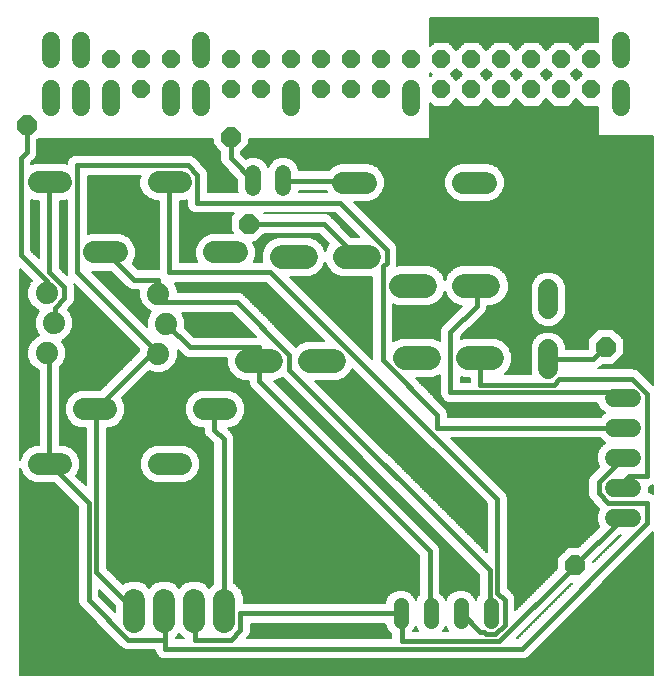
<source format=gbl>
G75*
%MOIN*%
%OFA0B0*%
%FSLAX25Y25*%
%IPPOS*%
%LPD*%
%AMOC8*
5,1,8,0,0,1.08239X$1,22.5*
%
%ADD10C,0.06000*%
%ADD11OC8,0.06000*%
%ADD12C,0.08000*%
%ADD13C,0.07400*%
%ADD14C,0.06500*%
%ADD15C,0.05150*%
%ADD16C,0.07400*%
%ADD17C,0.05200*%
%ADD18OC8,0.06600*%
%ADD19C,0.01600*%
%ADD20C,0.00600*%
D10*
X0014948Y0193056D02*
X0014948Y0199056D01*
X0024948Y0199056D02*
X0024948Y0193056D01*
X0034948Y0193056D02*
X0034948Y0199056D01*
X0024948Y0209056D02*
X0024948Y0215056D01*
X0014948Y0215056D02*
X0014948Y0209056D01*
X0054948Y0199056D02*
X0054948Y0193056D01*
X0064948Y0193056D02*
X0064948Y0199056D01*
X0064948Y0209056D02*
X0064948Y0215056D01*
X0094948Y0199056D02*
X0094948Y0193056D01*
X0134948Y0193056D02*
X0134948Y0199056D01*
X0204948Y0199056D02*
X0204948Y0193056D01*
X0204948Y0209056D02*
X0204948Y0215056D01*
X0202385Y0096209D02*
X0208385Y0096209D01*
X0208385Y0086209D02*
X0202385Y0086209D01*
X0202385Y0076209D02*
X0208385Y0076209D01*
X0208385Y0066209D02*
X0202385Y0066209D01*
X0202385Y0056209D02*
X0208385Y0056209D01*
D11*
X0194948Y0199056D03*
X0194948Y0209056D03*
X0184948Y0209056D03*
X0174948Y0209056D03*
X0174948Y0199056D03*
X0184948Y0199056D03*
X0164948Y0199056D03*
X0154948Y0199056D03*
X0154948Y0209056D03*
X0164948Y0209056D03*
X0144948Y0209056D03*
X0134948Y0209056D03*
X0124948Y0209056D03*
X0114948Y0209056D03*
X0114948Y0199056D03*
X0124948Y0199056D03*
X0144948Y0199056D03*
X0104948Y0199056D03*
X0104948Y0209056D03*
X0094948Y0209056D03*
X0084948Y0209056D03*
X0084948Y0199056D03*
X0074948Y0199056D03*
X0074948Y0209056D03*
X0054948Y0209056D03*
X0044948Y0209056D03*
X0044948Y0199056D03*
X0034948Y0209056D03*
D12*
X0091680Y0143300D02*
X0099680Y0143300D01*
X0112680Y0143300D02*
X0120680Y0143300D01*
X0131609Y0133702D02*
X0139609Y0133702D01*
X0152609Y0133702D02*
X0160609Y0133702D01*
X0161751Y0109442D02*
X0153751Y0109442D01*
X0140751Y0109442D02*
X0132751Y0109442D01*
X0109125Y0108578D02*
X0101125Y0108578D01*
X0088125Y0108578D02*
X0080125Y0108578D01*
D13*
X0053089Y0121009D03*
X0050589Y0131009D03*
X0050589Y0111009D03*
X0015841Y0121213D03*
X0013341Y0111213D03*
X0013341Y0131213D03*
D14*
X0180574Y0132385D02*
X0180574Y0125885D01*
X0180574Y0112385D02*
X0180574Y0105885D01*
D15*
X0161349Y0027095D02*
X0161349Y0021946D01*
X0151349Y0021946D02*
X0151349Y0027095D01*
X0141349Y0027095D02*
X0141349Y0021946D01*
X0131349Y0021946D02*
X0131349Y0027095D01*
D16*
X0072570Y0028949D02*
X0072570Y0021549D01*
X0062570Y0021549D02*
X0062570Y0028949D01*
X0052570Y0028949D02*
X0052570Y0021549D01*
X0042570Y0021549D02*
X0042570Y0028949D01*
X0050775Y0074269D02*
X0058175Y0074269D01*
X0065775Y0092450D02*
X0073175Y0092450D01*
X0033175Y0092450D02*
X0025775Y0092450D01*
X0018175Y0074269D02*
X0010775Y0074269D01*
X0029275Y0144725D02*
X0036675Y0144725D01*
X0050685Y0168194D02*
X0058085Y0168194D01*
X0069275Y0144725D02*
X0076675Y0144725D01*
X0112267Y0168005D02*
X0119667Y0168005D01*
X0152267Y0168005D02*
X0159667Y0168005D01*
X0018085Y0168194D02*
X0010685Y0168194D01*
D17*
X0082219Y0166070D02*
X0082219Y0171270D01*
X0092219Y0171270D02*
X0092219Y0166070D01*
D18*
X0080680Y0154300D03*
X0074680Y0183300D03*
X0006680Y0187300D03*
X0189555Y0040425D03*
X0199680Y0113300D03*
D19*
X0195515Y0109135D01*
X0180574Y0109135D01*
X0184180Y0102550D02*
X0182305Y0100675D01*
X0157930Y0100675D01*
X0157930Y0109425D01*
X0157751Y0109442D01*
X0147930Y0118175D02*
X0156680Y0126925D01*
X0156680Y0133175D01*
X0156609Y0133702D01*
X0147930Y0118175D02*
X0147930Y0098175D01*
X0202930Y0098175D01*
X0204805Y0096300D01*
X0205385Y0096209D01*
X0208555Y0102550D02*
X0184180Y0102550D01*
X0204805Y0086300D02*
X0205385Y0086209D01*
X0204805Y0086300D02*
X0143555Y0086300D01*
X0143555Y0090675D01*
X0125430Y0108800D01*
X0125430Y0140050D01*
X0126680Y0141300D01*
X0126680Y0145675D01*
X0111055Y0161300D01*
X0063555Y0161300D01*
X0063555Y0170675D01*
X0060430Y0173800D01*
X0023555Y0173800D01*
X0023555Y0138175D01*
X0050430Y0111300D01*
X0050589Y0111009D01*
X0049180Y0111925D01*
X0029805Y0092550D01*
X0029475Y0092450D01*
X0029805Y0091925D01*
X0029805Y0038175D01*
X0042305Y0025675D01*
X0042570Y0025249D01*
X0052570Y0025249D02*
X0052930Y0025050D01*
X0052930Y0015675D01*
X0040430Y0015675D01*
X0027305Y0028800D01*
X0027305Y0061300D01*
X0014805Y0073800D01*
X0014475Y0074269D01*
X0014180Y0074425D01*
X0014180Y0110050D01*
X0013555Y0110675D01*
X0013341Y0111213D01*
X0015841Y0121213D02*
X0016055Y0121300D01*
X0016055Y0126300D01*
X0019180Y0129425D01*
X0019180Y0133175D01*
X0014180Y0138175D01*
X0014180Y0168175D01*
X0014385Y0168194D01*
X0004680Y0176300D02*
X0006680Y0178300D01*
X0006680Y0187300D01*
X0004680Y0176300D02*
X0004680Y0143925D01*
X0013555Y0135050D01*
X0013555Y0131300D01*
X0013341Y0131213D01*
X0032975Y0144725D02*
X0033555Y0144425D01*
X0042305Y0135675D01*
X0050430Y0135675D01*
X0050430Y0131300D01*
X0050589Y0131009D01*
X0050430Y0130675D01*
X0050430Y0128175D01*
X0076680Y0128175D01*
X0094180Y0110675D01*
X0094180Y0105675D01*
X0161055Y0038800D01*
X0161055Y0025050D01*
X0161349Y0024520D01*
X0166055Y0020675D02*
X0166055Y0028800D01*
X0163555Y0031300D01*
X0163555Y0062550D01*
X0087930Y0138175D01*
X0054180Y0138175D01*
X0054180Y0168175D01*
X0054385Y0168194D01*
X0074680Y0176209D02*
X0082219Y0168670D01*
X0092219Y0168670D02*
X0115302Y0168670D01*
X0115967Y0168005D01*
X0105680Y0154300D02*
X0116680Y0143300D01*
X0105680Y0154300D02*
X0080680Y0154300D01*
X0074680Y0176209D02*
X0074680Y0183300D01*
X0024948Y0199056D02*
X0024805Y0198800D01*
X0053089Y0121009D02*
X0053555Y0120675D01*
X0061055Y0113175D01*
X0084180Y0113175D01*
X0084180Y0108800D01*
X0084125Y0108578D01*
X0084180Y0108175D01*
X0084180Y0101925D01*
X0141055Y0045050D01*
X0141055Y0025050D01*
X0141349Y0024520D01*
X0151349Y0024520D02*
X0151680Y0024425D01*
X0157930Y0018175D01*
X0159180Y0018175D01*
X0159805Y0017550D01*
X0162930Y0017550D01*
X0166055Y0020675D01*
X0164180Y0015050D02*
X0131680Y0015050D01*
X0131680Y0023800D01*
X0131349Y0024520D01*
X0131055Y0024425D01*
X0077930Y0024425D01*
X0077930Y0018800D01*
X0074805Y0015675D01*
X0062930Y0015675D01*
X0062930Y0025050D01*
X0062570Y0025249D01*
X0072305Y0025675D02*
X0072570Y0025249D01*
X0072305Y0025675D02*
X0072305Y0082550D01*
X0069180Y0085675D01*
X0069180Y0091925D01*
X0069475Y0092450D01*
X0052930Y0015675D02*
X0052930Y0012550D01*
X0171680Y0012550D01*
X0213555Y0054425D01*
X0213555Y0061300D01*
X0200430Y0061300D01*
X0197305Y0064425D01*
X0197305Y0068175D01*
X0204805Y0075675D01*
X0205385Y0076209D01*
X0207305Y0070050D02*
X0213555Y0070050D01*
X0213555Y0097550D01*
X0208555Y0102550D01*
X0207305Y0070050D02*
X0205430Y0068175D01*
X0205430Y0066300D01*
X0205385Y0066209D01*
X0205385Y0056209D02*
X0204805Y0055675D01*
X0189555Y0040425D01*
X0188055Y0038925D01*
X0164180Y0015050D01*
D20*
X0004380Y0004000D02*
X0004380Y0072984D01*
X0005350Y0070643D01*
X0007150Y0068843D01*
X0009502Y0067869D01*
X0015787Y0067869D01*
X0023805Y0059850D01*
X0023805Y0028104D01*
X0024338Y0026817D01*
X0037463Y0013692D01*
X0038447Y0012708D01*
X0039734Y0012175D01*
X0049430Y0012175D01*
X0049430Y0011854D01*
X0049963Y0010567D01*
X0050947Y0009583D01*
X0052234Y0009050D01*
X0172376Y0009050D01*
X0173663Y0009583D01*
X0174647Y0010567D01*
X0215515Y0051436D01*
X0215515Y0004000D01*
X0004380Y0004000D01*
X0004380Y0004293D02*
X0215515Y0004293D01*
X0215515Y0004891D02*
X0004380Y0004891D01*
X0004380Y0005490D02*
X0215515Y0005490D01*
X0215515Y0006088D02*
X0004380Y0006088D01*
X0004380Y0006687D02*
X0215515Y0006687D01*
X0215515Y0007285D02*
X0004380Y0007285D01*
X0004380Y0007884D02*
X0215515Y0007884D01*
X0215515Y0008482D02*
X0004380Y0008482D01*
X0004380Y0009081D02*
X0052160Y0009081D01*
X0050851Y0009679D02*
X0004380Y0009679D01*
X0004380Y0010278D02*
X0050253Y0010278D01*
X0049835Y0010876D02*
X0004380Y0010876D01*
X0004380Y0011475D02*
X0049587Y0011475D01*
X0049430Y0012073D02*
X0004380Y0012073D01*
X0004380Y0012672D02*
X0038535Y0012672D01*
X0037885Y0013270D02*
X0004380Y0013270D01*
X0004380Y0013869D02*
X0037287Y0013869D01*
X0036688Y0014467D02*
X0004380Y0014467D01*
X0004380Y0015066D02*
X0036089Y0015066D01*
X0035491Y0015664D02*
X0004380Y0015664D01*
X0004380Y0016263D02*
X0034892Y0016263D01*
X0034294Y0016861D02*
X0004380Y0016861D01*
X0004380Y0017460D02*
X0033695Y0017460D01*
X0033097Y0018058D02*
X0004380Y0018058D01*
X0004380Y0018657D02*
X0032498Y0018657D01*
X0031900Y0019255D02*
X0004380Y0019255D01*
X0004380Y0019854D02*
X0031301Y0019854D01*
X0030703Y0020452D02*
X0004380Y0020452D01*
X0004380Y0021051D02*
X0030104Y0021051D01*
X0029506Y0021649D02*
X0004380Y0021649D01*
X0004380Y0022248D02*
X0028907Y0022248D01*
X0028309Y0022846D02*
X0004380Y0022846D01*
X0004380Y0023445D02*
X0027710Y0023445D01*
X0027112Y0024043D02*
X0004380Y0024043D01*
X0004380Y0024642D02*
X0026513Y0024642D01*
X0025915Y0025240D02*
X0004380Y0025240D01*
X0004380Y0025839D02*
X0025316Y0025839D01*
X0024718Y0026437D02*
X0004380Y0026437D01*
X0004380Y0027036D02*
X0024247Y0027036D01*
X0023999Y0027634D02*
X0004380Y0027634D01*
X0004380Y0028233D02*
X0023805Y0028233D01*
X0023805Y0028832D02*
X0004380Y0028832D01*
X0004380Y0029430D02*
X0023805Y0029430D01*
X0023805Y0030029D02*
X0004380Y0030029D01*
X0004380Y0030627D02*
X0023805Y0030627D01*
X0023805Y0031226D02*
X0004380Y0031226D01*
X0004380Y0031824D02*
X0023805Y0031824D01*
X0023805Y0032423D02*
X0004380Y0032423D01*
X0004380Y0033021D02*
X0023805Y0033021D01*
X0023805Y0033620D02*
X0004380Y0033620D01*
X0004380Y0034218D02*
X0023805Y0034218D01*
X0023805Y0034817D02*
X0004380Y0034817D01*
X0004380Y0035415D02*
X0023805Y0035415D01*
X0023805Y0036014D02*
X0004380Y0036014D01*
X0004380Y0036612D02*
X0023805Y0036612D01*
X0023805Y0037211D02*
X0004380Y0037211D01*
X0004380Y0037809D02*
X0023805Y0037809D01*
X0023805Y0038408D02*
X0004380Y0038408D01*
X0004380Y0039006D02*
X0023805Y0039006D01*
X0023805Y0039605D02*
X0004380Y0039605D01*
X0004380Y0040203D02*
X0023805Y0040203D01*
X0023805Y0040802D02*
X0004380Y0040802D01*
X0004380Y0041400D02*
X0023805Y0041400D01*
X0023805Y0041999D02*
X0004380Y0041999D01*
X0004380Y0042597D02*
X0023805Y0042597D01*
X0023805Y0043196D02*
X0004380Y0043196D01*
X0004380Y0043794D02*
X0023805Y0043794D01*
X0023805Y0044393D02*
X0004380Y0044393D01*
X0004380Y0044991D02*
X0023805Y0044991D01*
X0023805Y0045590D02*
X0004380Y0045590D01*
X0004380Y0046188D02*
X0023805Y0046188D01*
X0023805Y0046787D02*
X0004380Y0046787D01*
X0004380Y0047385D02*
X0023805Y0047385D01*
X0023805Y0047984D02*
X0004380Y0047984D01*
X0004380Y0048582D02*
X0023805Y0048582D01*
X0023805Y0049181D02*
X0004380Y0049181D01*
X0004380Y0049779D02*
X0023805Y0049779D01*
X0023805Y0050378D02*
X0004380Y0050378D01*
X0004380Y0050976D02*
X0023805Y0050976D01*
X0023805Y0051575D02*
X0004380Y0051575D01*
X0004380Y0052173D02*
X0023805Y0052173D01*
X0023805Y0052772D02*
X0004380Y0052772D01*
X0004380Y0053370D02*
X0023805Y0053370D01*
X0023805Y0053969D02*
X0004380Y0053969D01*
X0004380Y0054568D02*
X0023805Y0054568D01*
X0023805Y0055166D02*
X0004380Y0055166D01*
X0004380Y0055765D02*
X0023805Y0055765D01*
X0023805Y0056363D02*
X0004380Y0056363D01*
X0004380Y0056962D02*
X0023805Y0056962D01*
X0023805Y0057560D02*
X0004380Y0057560D01*
X0004380Y0058159D02*
X0023805Y0058159D01*
X0023805Y0058757D02*
X0004380Y0058757D01*
X0004380Y0059356D02*
X0023805Y0059356D01*
X0023701Y0059954D02*
X0004380Y0059954D01*
X0004380Y0060553D02*
X0023103Y0060553D01*
X0022504Y0061151D02*
X0004380Y0061151D01*
X0004380Y0061750D02*
X0021906Y0061750D01*
X0021307Y0062348D02*
X0004380Y0062348D01*
X0004380Y0062947D02*
X0020709Y0062947D01*
X0020110Y0063545D02*
X0004380Y0063545D01*
X0004380Y0064144D02*
X0019512Y0064144D01*
X0018913Y0064742D02*
X0004380Y0064742D01*
X0004380Y0065341D02*
X0018315Y0065341D01*
X0017716Y0065939D02*
X0004380Y0065939D01*
X0004380Y0066538D02*
X0017118Y0066538D01*
X0016519Y0067136D02*
X0004380Y0067136D01*
X0004380Y0067735D02*
X0015920Y0067735D01*
X0023256Y0070298D02*
X0023601Y0070643D01*
X0024575Y0072995D01*
X0024575Y0075542D01*
X0023601Y0077894D01*
X0021801Y0079694D01*
X0019448Y0080668D01*
X0017680Y0080668D01*
X0017680Y0106501D01*
X0018767Y0107588D01*
X0019741Y0109940D01*
X0019741Y0112486D01*
X0018767Y0114839D01*
X0018301Y0115305D01*
X0019467Y0115788D01*
X0021267Y0117588D01*
X0022241Y0119940D01*
X0022241Y0122486D01*
X0021267Y0124839D01*
X0020405Y0125701D01*
X0021163Y0126458D01*
X0022147Y0127442D01*
X0022680Y0128729D01*
X0022680Y0133871D01*
X0022518Y0134262D01*
X0044280Y0112500D01*
X0044189Y0112282D01*
X0044189Y0111884D01*
X0031155Y0098850D01*
X0024502Y0098850D01*
X0022150Y0097875D01*
X0020350Y0096075D01*
X0019375Y0093723D01*
X0019375Y0091177D01*
X0020350Y0088824D01*
X0022150Y0087024D01*
X0024502Y0086050D01*
X0026305Y0086050D01*
X0026305Y0067250D01*
X0023256Y0070298D01*
X0023426Y0070129D02*
X0026305Y0070129D01*
X0026305Y0070727D02*
X0023636Y0070727D01*
X0023884Y0071326D02*
X0026305Y0071326D01*
X0026305Y0071924D02*
X0024132Y0071924D01*
X0024379Y0072523D02*
X0026305Y0072523D01*
X0026305Y0073121D02*
X0024575Y0073121D01*
X0024575Y0073720D02*
X0026305Y0073720D01*
X0026305Y0074318D02*
X0024575Y0074318D01*
X0024575Y0074917D02*
X0026305Y0074917D01*
X0026305Y0075515D02*
X0024575Y0075515D01*
X0024338Y0076114D02*
X0026305Y0076114D01*
X0026305Y0076712D02*
X0024090Y0076712D01*
X0023842Y0077311D02*
X0026305Y0077311D01*
X0026305Y0077909D02*
X0023585Y0077909D01*
X0022987Y0078508D02*
X0026305Y0078508D01*
X0026305Y0079106D02*
X0022388Y0079106D01*
X0021774Y0079705D02*
X0026305Y0079705D01*
X0026305Y0080303D02*
X0020330Y0080303D01*
X0017680Y0080902D02*
X0026305Y0080902D01*
X0026305Y0081501D02*
X0017680Y0081501D01*
X0017680Y0082099D02*
X0026305Y0082099D01*
X0026305Y0082698D02*
X0017680Y0082698D01*
X0017680Y0083296D02*
X0026305Y0083296D01*
X0026305Y0083895D02*
X0017680Y0083895D01*
X0017680Y0084493D02*
X0026305Y0084493D01*
X0026305Y0085092D02*
X0017680Y0085092D01*
X0017680Y0085690D02*
X0026305Y0085690D01*
X0023925Y0086289D02*
X0017680Y0086289D01*
X0017680Y0086887D02*
X0022480Y0086887D01*
X0021688Y0087486D02*
X0017680Y0087486D01*
X0017680Y0088084D02*
X0021090Y0088084D01*
X0020491Y0088683D02*
X0017680Y0088683D01*
X0017680Y0089281D02*
X0020160Y0089281D01*
X0019912Y0089880D02*
X0017680Y0089880D01*
X0017680Y0090478D02*
X0019665Y0090478D01*
X0019417Y0091077D02*
X0017680Y0091077D01*
X0017680Y0091675D02*
X0019375Y0091675D01*
X0019375Y0092274D02*
X0017680Y0092274D01*
X0017680Y0092872D02*
X0019375Y0092872D01*
X0019375Y0093471D02*
X0017680Y0093471D01*
X0017680Y0094069D02*
X0019519Y0094069D01*
X0019767Y0094668D02*
X0017680Y0094668D01*
X0017680Y0095266D02*
X0020015Y0095266D01*
X0020263Y0095865D02*
X0017680Y0095865D01*
X0017680Y0096463D02*
X0020738Y0096463D01*
X0021337Y0097062D02*
X0017680Y0097062D01*
X0017680Y0097660D02*
X0021935Y0097660D01*
X0023076Y0098259D02*
X0017680Y0098259D01*
X0017680Y0098857D02*
X0031163Y0098857D01*
X0031761Y0099456D02*
X0017680Y0099456D01*
X0017680Y0100054D02*
X0032360Y0100054D01*
X0032958Y0100653D02*
X0017680Y0100653D01*
X0017680Y0101251D02*
X0033557Y0101251D01*
X0034155Y0101850D02*
X0017680Y0101850D01*
X0017680Y0102448D02*
X0034754Y0102448D01*
X0035352Y0103047D02*
X0017680Y0103047D01*
X0017680Y0103645D02*
X0035951Y0103645D01*
X0036549Y0104244D02*
X0017680Y0104244D01*
X0017680Y0104842D02*
X0037148Y0104842D01*
X0037746Y0105441D02*
X0017680Y0105441D01*
X0017680Y0106039D02*
X0038345Y0106039D01*
X0038943Y0106638D02*
X0017817Y0106638D01*
X0018416Y0107237D02*
X0039542Y0107237D01*
X0040140Y0107835D02*
X0018869Y0107835D01*
X0019117Y0108434D02*
X0040739Y0108434D01*
X0041337Y0109032D02*
X0019365Y0109032D01*
X0019613Y0109631D02*
X0041936Y0109631D01*
X0042534Y0110229D02*
X0019741Y0110229D01*
X0019741Y0110828D02*
X0043133Y0110828D01*
X0043731Y0111426D02*
X0019741Y0111426D01*
X0019741Y0112025D02*
X0044189Y0112025D01*
X0044157Y0112623D02*
X0019685Y0112623D01*
X0019437Y0113222D02*
X0043559Y0113222D01*
X0042960Y0113820D02*
X0019189Y0113820D01*
X0018941Y0114419D02*
X0042362Y0114419D01*
X0041763Y0115017D02*
X0018589Y0115017D01*
X0019051Y0115616D02*
X0041165Y0115616D01*
X0040566Y0116214D02*
X0019893Y0116214D01*
X0020492Y0116813D02*
X0039968Y0116813D01*
X0039369Y0117411D02*
X0021090Y0117411D01*
X0021442Y0118010D02*
X0038771Y0118010D01*
X0038172Y0118608D02*
X0021690Y0118608D01*
X0021938Y0119207D02*
X0037574Y0119207D01*
X0036975Y0119805D02*
X0022185Y0119805D01*
X0022241Y0120404D02*
X0036376Y0120404D01*
X0035778Y0121002D02*
X0022241Y0121002D01*
X0022241Y0121601D02*
X0035179Y0121601D01*
X0034581Y0122199D02*
X0022241Y0122199D01*
X0022112Y0122798D02*
X0033982Y0122798D01*
X0033384Y0123396D02*
X0021865Y0123396D01*
X0021617Y0123995D02*
X0032785Y0123995D01*
X0032187Y0124593D02*
X0021369Y0124593D01*
X0020914Y0125192D02*
X0031588Y0125192D01*
X0030990Y0125790D02*
X0020495Y0125790D01*
X0021094Y0126389D02*
X0030391Y0126389D01*
X0029793Y0126987D02*
X0021692Y0126987D01*
X0022207Y0127586D02*
X0029194Y0127586D01*
X0028596Y0128184D02*
X0022454Y0128184D01*
X0022680Y0128783D02*
X0027997Y0128783D01*
X0027399Y0129381D02*
X0022680Y0129381D01*
X0022680Y0129980D02*
X0026800Y0129980D01*
X0026202Y0130578D02*
X0022680Y0130578D01*
X0022680Y0131177D02*
X0025603Y0131177D01*
X0025005Y0131775D02*
X0022680Y0131775D01*
X0022680Y0132374D02*
X0024406Y0132374D01*
X0023808Y0132972D02*
X0022680Y0132972D01*
X0022680Y0133571D02*
X0023209Y0133571D01*
X0022611Y0134170D02*
X0022556Y0134170D01*
X0020217Y0137088D02*
X0017680Y0139625D01*
X0017680Y0161794D01*
X0019358Y0161794D01*
X0020055Y0162083D01*
X0020055Y0137479D01*
X0020217Y0137088D01*
X0020186Y0137162D02*
X0020143Y0137162D01*
X0020055Y0137761D02*
X0019544Y0137761D01*
X0020055Y0138359D02*
X0018946Y0138359D01*
X0018347Y0138958D02*
X0020055Y0138958D01*
X0020055Y0139556D02*
X0017749Y0139556D01*
X0017680Y0140155D02*
X0020055Y0140155D01*
X0020055Y0140753D02*
X0017680Y0140753D01*
X0017680Y0141352D02*
X0020055Y0141352D01*
X0020055Y0141950D02*
X0017680Y0141950D01*
X0017680Y0142549D02*
X0020055Y0142549D01*
X0020055Y0143147D02*
X0017680Y0143147D01*
X0017680Y0143746D02*
X0020055Y0143746D01*
X0020055Y0144344D02*
X0017680Y0144344D01*
X0017680Y0144943D02*
X0020055Y0144943D01*
X0020055Y0145541D02*
X0017680Y0145541D01*
X0017680Y0146140D02*
X0020055Y0146140D01*
X0020055Y0146738D02*
X0017680Y0146738D01*
X0017680Y0147337D02*
X0020055Y0147337D01*
X0020055Y0147935D02*
X0017680Y0147935D01*
X0017680Y0148534D02*
X0020055Y0148534D01*
X0020055Y0149132D02*
X0017680Y0149132D01*
X0017680Y0149731D02*
X0020055Y0149731D01*
X0020055Y0150329D02*
X0017680Y0150329D01*
X0017680Y0150928D02*
X0020055Y0150928D01*
X0020055Y0151526D02*
X0017680Y0151526D01*
X0017680Y0152125D02*
X0020055Y0152125D01*
X0020055Y0152723D02*
X0017680Y0152723D01*
X0017680Y0153322D02*
X0020055Y0153322D01*
X0020055Y0153920D02*
X0017680Y0153920D01*
X0017680Y0154519D02*
X0020055Y0154519D01*
X0020055Y0155117D02*
X0017680Y0155117D01*
X0017680Y0155716D02*
X0020055Y0155716D01*
X0020055Y0156314D02*
X0017680Y0156314D01*
X0017680Y0156913D02*
X0020055Y0156913D01*
X0020055Y0157511D02*
X0017680Y0157511D01*
X0017680Y0158110D02*
X0020055Y0158110D01*
X0020055Y0158708D02*
X0017680Y0158708D01*
X0017680Y0159307D02*
X0020055Y0159307D01*
X0020055Y0159905D02*
X0017680Y0159905D01*
X0017680Y0160504D02*
X0020055Y0160504D01*
X0020055Y0161103D02*
X0017680Y0161103D01*
X0017680Y0161701D02*
X0020055Y0161701D01*
X0027055Y0161701D02*
X0050680Y0161701D01*
X0050680Y0161794D02*
X0050680Y0139175D01*
X0043755Y0139175D01*
X0041965Y0140964D01*
X0042101Y0141100D01*
X0043075Y0143452D01*
X0043075Y0145998D01*
X0042101Y0148351D01*
X0040301Y0150151D01*
X0037948Y0151125D01*
X0028002Y0151125D01*
X0027055Y0150733D01*
X0027055Y0170300D01*
X0044630Y0170300D01*
X0044285Y0169467D01*
X0044285Y0166921D01*
X0045259Y0164568D01*
X0047059Y0162768D01*
X0049412Y0161794D01*
X0050680Y0161794D01*
X0050680Y0161103D02*
X0027055Y0161103D01*
X0027055Y0160504D02*
X0050680Y0160504D01*
X0050680Y0159905D02*
X0027055Y0159905D01*
X0027055Y0159307D02*
X0050680Y0159307D01*
X0050680Y0158708D02*
X0027055Y0158708D01*
X0027055Y0158110D02*
X0050680Y0158110D01*
X0050680Y0157511D02*
X0027055Y0157511D01*
X0027055Y0156913D02*
X0050680Y0156913D01*
X0050680Y0156314D02*
X0027055Y0156314D01*
X0027055Y0155716D02*
X0050680Y0155716D01*
X0050680Y0155117D02*
X0027055Y0155117D01*
X0027055Y0154519D02*
X0050680Y0154519D01*
X0050680Y0153920D02*
X0027055Y0153920D01*
X0027055Y0153322D02*
X0050680Y0153322D01*
X0050680Y0152723D02*
X0027055Y0152723D01*
X0027055Y0152125D02*
X0050680Y0152125D01*
X0050680Y0151526D02*
X0027055Y0151526D01*
X0027055Y0150928D02*
X0027526Y0150928D01*
X0038425Y0150928D02*
X0050680Y0150928D01*
X0050680Y0150329D02*
X0039870Y0150329D01*
X0040721Y0149731D02*
X0050680Y0149731D01*
X0050680Y0149132D02*
X0041319Y0149132D01*
X0041918Y0148534D02*
X0050680Y0148534D01*
X0050680Y0147935D02*
X0042273Y0147935D01*
X0042521Y0147337D02*
X0050680Y0147337D01*
X0050680Y0146738D02*
X0042769Y0146738D01*
X0043017Y0146140D02*
X0050680Y0146140D01*
X0050680Y0145541D02*
X0043075Y0145541D01*
X0043075Y0144943D02*
X0050680Y0144943D01*
X0050680Y0144344D02*
X0043075Y0144344D01*
X0043075Y0143746D02*
X0050680Y0143746D01*
X0050680Y0143147D02*
X0042949Y0143147D01*
X0042701Y0142549D02*
X0050680Y0142549D01*
X0050680Y0141950D02*
X0042453Y0141950D01*
X0042205Y0141352D02*
X0050680Y0141352D01*
X0050680Y0140753D02*
X0042177Y0140753D01*
X0042775Y0140155D02*
X0050680Y0140155D01*
X0050680Y0139556D02*
X0043374Y0139556D01*
X0038262Y0134768D02*
X0031912Y0134768D01*
X0032510Y0134170D02*
X0038861Y0134170D01*
X0039338Y0133692D02*
X0040322Y0132708D01*
X0041609Y0132175D01*
X0044189Y0132175D01*
X0044189Y0129736D01*
X0045164Y0127383D01*
X0046964Y0125583D01*
X0048130Y0125100D01*
X0047664Y0124634D01*
X0046689Y0122282D01*
X0046689Y0119990D01*
X0028355Y0138325D01*
X0034705Y0138325D01*
X0039338Y0133692D01*
X0039459Y0133571D02*
X0033109Y0133571D01*
X0033707Y0132972D02*
X0040058Y0132972D01*
X0041128Y0132374D02*
X0034306Y0132374D01*
X0034904Y0131775D02*
X0044189Y0131775D01*
X0044189Y0131177D02*
X0035503Y0131177D01*
X0036101Y0130578D02*
X0044189Y0130578D01*
X0044189Y0129980D02*
X0036700Y0129980D01*
X0037298Y0129381D02*
X0044336Y0129381D01*
X0044584Y0128783D02*
X0037897Y0128783D01*
X0038495Y0128184D02*
X0044832Y0128184D01*
X0045080Y0127586D02*
X0039094Y0127586D01*
X0039692Y0126987D02*
X0045560Y0126987D01*
X0046158Y0126389D02*
X0040291Y0126389D01*
X0040889Y0125790D02*
X0046757Y0125790D01*
X0047908Y0125192D02*
X0041488Y0125192D01*
X0042086Y0124593D02*
X0047647Y0124593D01*
X0047399Y0123995D02*
X0042685Y0123995D01*
X0043283Y0123396D02*
X0047151Y0123396D01*
X0046903Y0122798D02*
X0043882Y0122798D01*
X0044480Y0122199D02*
X0046689Y0122199D01*
X0046689Y0121601D02*
X0045079Y0121601D01*
X0045677Y0121002D02*
X0046689Y0121002D01*
X0046689Y0120404D02*
X0046276Y0120404D01*
X0056983Y0112297D02*
X0058088Y0111192D01*
X0059072Y0110208D01*
X0060359Y0109675D01*
X0073425Y0109675D01*
X0073425Y0107245D01*
X0074445Y0104782D01*
X0076330Y0102898D01*
X0078792Y0101878D01*
X0080680Y0101878D01*
X0080680Y0101229D01*
X0081213Y0099942D01*
X0082197Y0098958D01*
X0137555Y0043600D01*
X0137555Y0030761D01*
X0136878Y0030083D01*
X0136349Y0028808D01*
X0135821Y0030083D01*
X0134337Y0031567D01*
X0132399Y0032370D01*
X0130300Y0032370D01*
X0128361Y0031567D01*
X0126878Y0030083D01*
X0126074Y0028145D01*
X0126074Y0027925D01*
X0078970Y0027925D01*
X0078970Y0030222D01*
X0077995Y0032574D01*
X0076195Y0034374D01*
X0075805Y0034536D01*
X0075805Y0083246D01*
X0075272Y0084533D01*
X0073755Y0086050D01*
X0074448Y0086050D01*
X0076801Y0087024D01*
X0078601Y0088824D01*
X0079575Y0091177D01*
X0079575Y0093723D01*
X0078601Y0096075D01*
X0076801Y0097875D01*
X0074448Y0098850D01*
X0064502Y0098850D01*
X0062150Y0097875D01*
X0060350Y0096075D01*
X0059375Y0093723D01*
X0059375Y0091177D01*
X0060350Y0088824D01*
X0062150Y0087024D01*
X0064502Y0086050D01*
X0065680Y0086050D01*
X0065680Y0084979D01*
X0066213Y0083692D01*
X0067197Y0082708D01*
X0068805Y0081100D01*
X0068805Y0034235D01*
X0067570Y0033000D01*
X0066195Y0034374D01*
X0063843Y0035349D01*
X0061297Y0035349D01*
X0058944Y0034374D01*
X0057570Y0033000D01*
X0056195Y0034374D01*
X0053843Y0035349D01*
X0051297Y0035349D01*
X0048944Y0034374D01*
X0047570Y0033000D01*
X0046195Y0034374D01*
X0043843Y0035349D01*
X0041297Y0035349D01*
X0038944Y0034374D01*
X0038750Y0034180D01*
X0033305Y0039625D01*
X0033305Y0086050D01*
X0034448Y0086050D01*
X0036801Y0087024D01*
X0038601Y0088824D01*
X0039575Y0091177D01*
X0039575Y0093723D01*
X0038601Y0096075D01*
X0038440Y0096236D01*
X0047547Y0105342D01*
X0049316Y0104609D01*
X0051862Y0104609D01*
X0054215Y0105583D01*
X0056015Y0107383D01*
X0056989Y0109736D01*
X0056989Y0112282D01*
X0056983Y0112297D01*
X0056989Y0112025D02*
X0057256Y0112025D01*
X0056989Y0111426D02*
X0057854Y0111426D01*
X0058453Y0110828D02*
X0056989Y0110828D01*
X0056989Y0110229D02*
X0059051Y0110229D01*
X0056946Y0109631D02*
X0073425Y0109631D01*
X0073425Y0109032D02*
X0056698Y0109032D01*
X0056450Y0108434D02*
X0073425Y0108434D01*
X0073425Y0107835D02*
X0056202Y0107835D01*
X0055868Y0107237D02*
X0073428Y0107237D01*
X0073676Y0106638D02*
X0055270Y0106638D01*
X0054671Y0106039D02*
X0073924Y0106039D01*
X0074172Y0105441D02*
X0053872Y0105441D01*
X0052427Y0104842D02*
X0074420Y0104842D01*
X0074983Y0104244D02*
X0046449Y0104244D01*
X0047047Y0104842D02*
X0048752Y0104842D01*
X0045850Y0103645D02*
X0075582Y0103645D01*
X0076180Y0103047D02*
X0045252Y0103047D01*
X0044653Y0102448D02*
X0077414Y0102448D01*
X0080680Y0101850D02*
X0044055Y0101850D01*
X0043456Y0101251D02*
X0080680Y0101251D01*
X0080919Y0100653D02*
X0042858Y0100653D01*
X0042259Y0100054D02*
X0081166Y0100054D01*
X0081699Y0099456D02*
X0041661Y0099456D01*
X0041062Y0098857D02*
X0082298Y0098857D01*
X0082896Y0098259D02*
X0075875Y0098259D01*
X0077016Y0097660D02*
X0083495Y0097660D01*
X0084093Y0097062D02*
X0077614Y0097062D01*
X0078213Y0096463D02*
X0084692Y0096463D01*
X0085290Y0095865D02*
X0078688Y0095865D01*
X0078936Y0095266D02*
X0085889Y0095266D01*
X0086487Y0094668D02*
X0079184Y0094668D01*
X0079432Y0094069D02*
X0087086Y0094069D01*
X0087684Y0093471D02*
X0079575Y0093471D01*
X0079575Y0092872D02*
X0088283Y0092872D01*
X0088882Y0092274D02*
X0079575Y0092274D01*
X0079575Y0091675D02*
X0089480Y0091675D01*
X0090079Y0091077D02*
X0079534Y0091077D01*
X0079286Y0090478D02*
X0090677Y0090478D01*
X0091276Y0089880D02*
X0079038Y0089880D01*
X0078790Y0089281D02*
X0091874Y0089281D01*
X0092473Y0088683D02*
X0078459Y0088683D01*
X0077861Y0088084D02*
X0093071Y0088084D01*
X0093670Y0087486D02*
X0077262Y0087486D01*
X0076470Y0086887D02*
X0094268Y0086887D01*
X0094867Y0086289D02*
X0075025Y0086289D01*
X0074115Y0085690D02*
X0095465Y0085690D01*
X0096064Y0085092D02*
X0074713Y0085092D01*
X0075289Y0084493D02*
X0096662Y0084493D01*
X0097261Y0083895D02*
X0075536Y0083895D01*
X0075784Y0083296D02*
X0097859Y0083296D01*
X0098458Y0082698D02*
X0075805Y0082698D01*
X0075805Y0082099D02*
X0099056Y0082099D01*
X0099655Y0081501D02*
X0075805Y0081501D01*
X0075805Y0080902D02*
X0100253Y0080902D01*
X0100852Y0080303D02*
X0075805Y0080303D01*
X0075805Y0079705D02*
X0101450Y0079705D01*
X0102049Y0079106D02*
X0075805Y0079106D01*
X0075805Y0078508D02*
X0102647Y0078508D01*
X0103246Y0077909D02*
X0075805Y0077909D01*
X0075805Y0077311D02*
X0103844Y0077311D01*
X0104443Y0076712D02*
X0075805Y0076712D01*
X0075805Y0076114D02*
X0105041Y0076114D01*
X0105640Y0075515D02*
X0075805Y0075515D01*
X0075805Y0074917D02*
X0106238Y0074917D01*
X0106837Y0074318D02*
X0075805Y0074318D01*
X0075805Y0073720D02*
X0107435Y0073720D01*
X0108034Y0073121D02*
X0075805Y0073121D01*
X0075805Y0072523D02*
X0108632Y0072523D01*
X0109231Y0071924D02*
X0075805Y0071924D01*
X0075805Y0071326D02*
X0109829Y0071326D01*
X0110428Y0070727D02*
X0075805Y0070727D01*
X0075805Y0070129D02*
X0111026Y0070129D01*
X0111625Y0069530D02*
X0075805Y0069530D01*
X0075805Y0068932D02*
X0112223Y0068932D01*
X0112822Y0068333D02*
X0075805Y0068333D01*
X0075805Y0067735D02*
X0113420Y0067735D01*
X0114019Y0067136D02*
X0075805Y0067136D01*
X0075805Y0066538D02*
X0114618Y0066538D01*
X0115216Y0065939D02*
X0075805Y0065939D01*
X0075805Y0065341D02*
X0115815Y0065341D01*
X0116413Y0064742D02*
X0075805Y0064742D01*
X0075805Y0064144D02*
X0117012Y0064144D01*
X0117610Y0063545D02*
X0075805Y0063545D01*
X0075805Y0062947D02*
X0118209Y0062947D01*
X0118807Y0062348D02*
X0075805Y0062348D01*
X0075805Y0061750D02*
X0119406Y0061750D01*
X0120004Y0061151D02*
X0075805Y0061151D01*
X0075805Y0060553D02*
X0120603Y0060553D01*
X0121201Y0059954D02*
X0075805Y0059954D01*
X0075805Y0059356D02*
X0121800Y0059356D01*
X0122398Y0058757D02*
X0075805Y0058757D01*
X0075805Y0058159D02*
X0122997Y0058159D01*
X0123595Y0057560D02*
X0075805Y0057560D01*
X0075805Y0056962D02*
X0124194Y0056962D01*
X0124792Y0056363D02*
X0075805Y0056363D01*
X0075805Y0055765D02*
X0125391Y0055765D01*
X0125989Y0055166D02*
X0075805Y0055166D01*
X0075805Y0054568D02*
X0126588Y0054568D01*
X0127186Y0053969D02*
X0075805Y0053969D01*
X0075805Y0053370D02*
X0127785Y0053370D01*
X0128383Y0052772D02*
X0075805Y0052772D01*
X0075805Y0052173D02*
X0128982Y0052173D01*
X0129580Y0051575D02*
X0075805Y0051575D01*
X0075805Y0050976D02*
X0130179Y0050976D01*
X0130777Y0050378D02*
X0075805Y0050378D01*
X0075805Y0049779D02*
X0131376Y0049779D01*
X0131974Y0049181D02*
X0075805Y0049181D01*
X0075805Y0048582D02*
X0132573Y0048582D01*
X0133171Y0047984D02*
X0075805Y0047984D01*
X0075805Y0047385D02*
X0133770Y0047385D01*
X0134368Y0046787D02*
X0075805Y0046787D01*
X0075805Y0046188D02*
X0134967Y0046188D01*
X0135565Y0045590D02*
X0075805Y0045590D01*
X0075805Y0044991D02*
X0136164Y0044991D01*
X0136762Y0044393D02*
X0075805Y0044393D01*
X0075805Y0043794D02*
X0137361Y0043794D01*
X0137555Y0043196D02*
X0075805Y0043196D01*
X0075805Y0042597D02*
X0137555Y0042597D01*
X0137555Y0041999D02*
X0075805Y0041999D01*
X0075805Y0041400D02*
X0137555Y0041400D01*
X0137555Y0040802D02*
X0075805Y0040802D01*
X0075805Y0040203D02*
X0137555Y0040203D01*
X0137555Y0039605D02*
X0075805Y0039605D01*
X0075805Y0039006D02*
X0137555Y0039006D01*
X0137555Y0038408D02*
X0075805Y0038408D01*
X0075805Y0037809D02*
X0137555Y0037809D01*
X0137555Y0037211D02*
X0075805Y0037211D01*
X0075805Y0036612D02*
X0137555Y0036612D01*
X0137555Y0036014D02*
X0075805Y0036014D01*
X0075805Y0035415D02*
X0137555Y0035415D01*
X0137555Y0034817D02*
X0075805Y0034817D01*
X0076351Y0034218D02*
X0137555Y0034218D01*
X0137555Y0033620D02*
X0076950Y0033620D01*
X0077548Y0033021D02*
X0137555Y0033021D01*
X0137555Y0032423D02*
X0078058Y0032423D01*
X0078306Y0031824D02*
X0128982Y0031824D01*
X0128020Y0031226D02*
X0078554Y0031226D01*
X0078802Y0030627D02*
X0127421Y0030627D01*
X0126855Y0030029D02*
X0078970Y0030029D01*
X0078970Y0029430D02*
X0126607Y0029430D01*
X0126359Y0028832D02*
X0078970Y0028832D01*
X0078970Y0028233D02*
X0126111Y0028233D01*
X0126074Y0020925D02*
X0126074Y0020896D01*
X0126878Y0018958D01*
X0128180Y0017655D01*
X0128180Y0016050D01*
X0080130Y0016050D01*
X0080897Y0016817D01*
X0081430Y0018104D01*
X0081430Y0020925D01*
X0126074Y0020925D01*
X0126258Y0020452D02*
X0081430Y0020452D01*
X0081430Y0019854D02*
X0126506Y0019854D01*
X0126754Y0019255D02*
X0081430Y0019255D01*
X0081430Y0018657D02*
X0127178Y0018657D01*
X0127777Y0018058D02*
X0081411Y0018058D01*
X0081163Y0017460D02*
X0128180Y0017460D01*
X0128180Y0016861D02*
X0080915Y0016861D01*
X0080343Y0016263D02*
X0128180Y0016263D01*
X0135413Y0018550D02*
X0135821Y0018958D01*
X0136349Y0020233D01*
X0136878Y0018958D01*
X0137285Y0018550D01*
X0135413Y0018550D01*
X0135520Y0018657D02*
X0137178Y0018657D01*
X0136754Y0019255D02*
X0135944Y0019255D01*
X0136192Y0019854D02*
X0136506Y0019854D01*
X0136340Y0028832D02*
X0136359Y0028832D01*
X0136607Y0029430D02*
X0136092Y0029430D01*
X0135844Y0030029D02*
X0136855Y0030029D01*
X0137421Y0030627D02*
X0135277Y0030627D01*
X0134679Y0031226D02*
X0137555Y0031226D01*
X0137555Y0031824D02*
X0133717Y0031824D01*
X0144555Y0031824D02*
X0148982Y0031824D01*
X0148361Y0031567D02*
X0146878Y0030083D01*
X0146349Y0028808D01*
X0145821Y0030083D01*
X0144555Y0031349D01*
X0144555Y0045746D01*
X0144022Y0047033D01*
X0089177Y0101878D01*
X0089458Y0101878D01*
X0091920Y0102898D01*
X0091964Y0102941D01*
X0092197Y0102708D01*
X0157555Y0037350D01*
X0157555Y0030761D01*
X0156878Y0030083D01*
X0156349Y0028808D01*
X0155821Y0030083D01*
X0154337Y0031567D01*
X0152399Y0032370D01*
X0150300Y0032370D01*
X0148361Y0031567D01*
X0148020Y0031226D02*
X0144679Y0031226D01*
X0145277Y0030627D02*
X0147421Y0030627D01*
X0146855Y0030029D02*
X0145844Y0030029D01*
X0146092Y0029430D02*
X0146607Y0029430D01*
X0146359Y0028832D02*
X0146340Y0028832D01*
X0144555Y0032423D02*
X0157555Y0032423D01*
X0157555Y0033021D02*
X0144555Y0033021D01*
X0144555Y0033620D02*
X0157555Y0033620D01*
X0157555Y0034218D02*
X0144555Y0034218D01*
X0144555Y0034817D02*
X0157555Y0034817D01*
X0157555Y0035415D02*
X0144555Y0035415D01*
X0144555Y0036014D02*
X0157555Y0036014D01*
X0157555Y0036612D02*
X0144555Y0036612D01*
X0144555Y0037211D02*
X0157555Y0037211D01*
X0157096Y0037809D02*
X0144555Y0037809D01*
X0144555Y0038408D02*
X0156498Y0038408D01*
X0155899Y0039006D02*
X0144555Y0039006D01*
X0144555Y0039605D02*
X0155301Y0039605D01*
X0154702Y0040203D02*
X0144555Y0040203D01*
X0144555Y0040802D02*
X0154103Y0040802D01*
X0153505Y0041400D02*
X0144555Y0041400D01*
X0144555Y0041999D02*
X0152906Y0041999D01*
X0152308Y0042597D02*
X0144555Y0042597D01*
X0144555Y0043196D02*
X0151709Y0043196D01*
X0151111Y0043794D02*
X0144555Y0043794D01*
X0144555Y0044393D02*
X0150512Y0044393D01*
X0149914Y0044991D02*
X0144555Y0044991D01*
X0144555Y0045590D02*
X0149315Y0045590D01*
X0148717Y0046188D02*
X0144372Y0046188D01*
X0144124Y0046787D02*
X0148118Y0046787D01*
X0147520Y0047385D02*
X0143669Y0047385D01*
X0143071Y0047984D02*
X0146921Y0047984D01*
X0146323Y0048582D02*
X0142472Y0048582D01*
X0141874Y0049181D02*
X0145724Y0049181D01*
X0145126Y0049779D02*
X0141275Y0049779D01*
X0140677Y0050378D02*
X0144527Y0050378D01*
X0143929Y0050976D02*
X0140078Y0050976D01*
X0139480Y0051575D02*
X0143330Y0051575D01*
X0142732Y0052173D02*
X0138881Y0052173D01*
X0138283Y0052772D02*
X0142133Y0052772D01*
X0141535Y0053370D02*
X0137684Y0053370D01*
X0137086Y0053969D02*
X0140936Y0053969D01*
X0140338Y0054568D02*
X0136487Y0054568D01*
X0135889Y0055166D02*
X0139739Y0055166D01*
X0139141Y0055765D02*
X0135290Y0055765D01*
X0134692Y0056363D02*
X0138542Y0056363D01*
X0137944Y0056962D02*
X0134093Y0056962D01*
X0133495Y0057560D02*
X0137345Y0057560D01*
X0136747Y0058159D02*
X0132896Y0058159D01*
X0132298Y0058757D02*
X0136148Y0058757D01*
X0135550Y0059356D02*
X0131699Y0059356D01*
X0131101Y0059954D02*
X0134951Y0059954D01*
X0134353Y0060553D02*
X0130502Y0060553D01*
X0129904Y0061151D02*
X0133754Y0061151D01*
X0133156Y0061750D02*
X0129305Y0061750D01*
X0128707Y0062348D02*
X0132557Y0062348D01*
X0131959Y0062947D02*
X0128108Y0062947D01*
X0127510Y0063545D02*
X0131360Y0063545D01*
X0130762Y0064144D02*
X0126911Y0064144D01*
X0126313Y0064742D02*
X0130163Y0064742D01*
X0129565Y0065341D02*
X0125714Y0065341D01*
X0125116Y0065939D02*
X0128966Y0065939D01*
X0128368Y0066538D02*
X0124517Y0066538D01*
X0123918Y0067136D02*
X0127769Y0067136D01*
X0127170Y0067735D02*
X0123320Y0067735D01*
X0122721Y0068333D02*
X0126572Y0068333D01*
X0125973Y0068932D02*
X0122123Y0068932D01*
X0121524Y0069530D02*
X0125375Y0069530D01*
X0124776Y0070129D02*
X0120926Y0070129D01*
X0120327Y0070727D02*
X0124178Y0070727D01*
X0123579Y0071326D02*
X0119729Y0071326D01*
X0119130Y0071924D02*
X0122981Y0071924D01*
X0122382Y0072523D02*
X0118532Y0072523D01*
X0117933Y0073121D02*
X0121784Y0073121D01*
X0121185Y0073720D02*
X0117335Y0073720D01*
X0116736Y0074318D02*
X0120587Y0074318D01*
X0119988Y0074917D02*
X0116138Y0074917D01*
X0115539Y0075515D02*
X0119390Y0075515D01*
X0118791Y0076114D02*
X0114941Y0076114D01*
X0114342Y0076712D02*
X0118193Y0076712D01*
X0117594Y0077311D02*
X0113744Y0077311D01*
X0113145Y0077909D02*
X0116996Y0077909D01*
X0116397Y0078508D02*
X0112547Y0078508D01*
X0111948Y0079106D02*
X0115799Y0079106D01*
X0115200Y0079705D02*
X0111350Y0079705D01*
X0110751Y0080303D02*
X0114602Y0080303D01*
X0114003Y0080902D02*
X0110153Y0080902D01*
X0109554Y0081501D02*
X0113405Y0081501D01*
X0112806Y0082099D02*
X0108956Y0082099D01*
X0108357Y0082698D02*
X0112208Y0082698D01*
X0111609Y0083296D02*
X0107759Y0083296D01*
X0107160Y0083895D02*
X0111011Y0083895D01*
X0110412Y0084493D02*
X0106562Y0084493D01*
X0105963Y0085092D02*
X0109814Y0085092D01*
X0109215Y0085690D02*
X0105365Y0085690D01*
X0104766Y0086289D02*
X0108617Y0086289D01*
X0108018Y0086887D02*
X0104168Y0086887D01*
X0103569Y0087486D02*
X0107420Y0087486D01*
X0106821Y0088084D02*
X0102971Y0088084D01*
X0102372Y0088683D02*
X0106223Y0088683D01*
X0105624Y0089281D02*
X0101774Y0089281D01*
X0101175Y0089880D02*
X0105026Y0089880D01*
X0104427Y0090478D02*
X0100577Y0090478D01*
X0099978Y0091077D02*
X0103829Y0091077D01*
X0103230Y0091675D02*
X0099380Y0091675D01*
X0098781Y0092274D02*
X0102632Y0092274D01*
X0102033Y0092872D02*
X0098182Y0092872D01*
X0097584Y0093471D02*
X0101434Y0093471D01*
X0100836Y0094069D02*
X0096985Y0094069D01*
X0096387Y0094668D02*
X0100237Y0094668D01*
X0099639Y0095266D02*
X0095788Y0095266D01*
X0095190Y0095865D02*
X0099040Y0095865D01*
X0098442Y0096463D02*
X0094591Y0096463D01*
X0093993Y0097062D02*
X0097843Y0097062D01*
X0097245Y0097660D02*
X0093394Y0097660D01*
X0092796Y0098259D02*
X0096646Y0098259D01*
X0096048Y0098857D02*
X0092197Y0098857D01*
X0091599Y0099456D02*
X0095449Y0099456D01*
X0094851Y0100054D02*
X0091000Y0100054D01*
X0090402Y0100653D02*
X0094252Y0100653D01*
X0093654Y0101251D02*
X0089803Y0101251D01*
X0089205Y0101850D02*
X0093055Y0101850D01*
X0092457Y0102448D02*
X0090836Y0102448D01*
X0102927Y0101878D02*
X0110458Y0101878D01*
X0112920Y0102898D01*
X0114805Y0104782D01*
X0115264Y0105891D01*
X0160055Y0061100D01*
X0160055Y0044750D01*
X0102927Y0101878D01*
X0102955Y0101850D02*
X0119305Y0101850D01*
X0118707Y0102448D02*
X0111836Y0102448D01*
X0113069Y0103047D02*
X0118108Y0103047D01*
X0117510Y0103645D02*
X0113668Y0103645D01*
X0114266Y0104244D02*
X0116911Y0104244D01*
X0116313Y0104842D02*
X0114830Y0104842D01*
X0115078Y0105441D02*
X0115714Y0105441D01*
X0119904Y0101251D02*
X0103553Y0101251D01*
X0104152Y0100653D02*
X0120502Y0100653D01*
X0121101Y0100054D02*
X0104750Y0100054D01*
X0105349Y0099456D02*
X0121699Y0099456D01*
X0122298Y0098857D02*
X0105947Y0098857D01*
X0106546Y0098259D02*
X0122896Y0098259D01*
X0123495Y0097660D02*
X0107144Y0097660D01*
X0107743Y0097062D02*
X0124093Y0097062D01*
X0124692Y0096463D02*
X0108341Y0096463D01*
X0108940Y0095865D02*
X0125290Y0095865D01*
X0125889Y0095266D02*
X0109538Y0095266D01*
X0110137Y0094668D02*
X0126487Y0094668D01*
X0127086Y0094069D02*
X0110735Y0094069D01*
X0111334Y0093471D02*
X0127684Y0093471D01*
X0128283Y0092872D02*
X0111932Y0092872D01*
X0112531Y0092274D02*
X0128882Y0092274D01*
X0129480Y0091675D02*
X0113130Y0091675D01*
X0113728Y0091077D02*
X0130079Y0091077D01*
X0130677Y0090478D02*
X0114327Y0090478D01*
X0114925Y0089880D02*
X0131276Y0089880D01*
X0131874Y0089281D02*
X0115524Y0089281D01*
X0116122Y0088683D02*
X0132473Y0088683D01*
X0133071Y0088084D02*
X0116721Y0088084D01*
X0117319Y0087486D02*
X0133670Y0087486D01*
X0134268Y0086887D02*
X0117918Y0086887D01*
X0118516Y0086289D02*
X0134867Y0086289D01*
X0135465Y0085690D02*
X0119115Y0085690D01*
X0119713Y0085092D02*
X0136064Y0085092D01*
X0136662Y0084493D02*
X0120312Y0084493D01*
X0120910Y0083895D02*
X0137261Y0083895D01*
X0137859Y0083296D02*
X0121509Y0083296D01*
X0122107Y0082698D02*
X0138458Y0082698D01*
X0139056Y0082099D02*
X0122706Y0082099D01*
X0123304Y0081501D02*
X0139655Y0081501D01*
X0140253Y0080902D02*
X0123903Y0080902D01*
X0124501Y0080303D02*
X0140852Y0080303D01*
X0141450Y0079705D02*
X0125100Y0079705D01*
X0125698Y0079106D02*
X0142049Y0079106D01*
X0142647Y0078508D02*
X0126297Y0078508D01*
X0126895Y0077909D02*
X0143246Y0077909D01*
X0143844Y0077311D02*
X0127494Y0077311D01*
X0128092Y0076712D02*
X0144443Y0076712D01*
X0145041Y0076114D02*
X0128691Y0076114D01*
X0129289Y0075515D02*
X0145640Y0075515D01*
X0146238Y0074917D02*
X0129888Y0074917D01*
X0130486Y0074318D02*
X0146837Y0074318D01*
X0147435Y0073720D02*
X0131085Y0073720D01*
X0131683Y0073121D02*
X0148034Y0073121D01*
X0148632Y0072523D02*
X0132282Y0072523D01*
X0132880Y0071924D02*
X0149231Y0071924D01*
X0149829Y0071326D02*
X0133479Y0071326D01*
X0134077Y0070727D02*
X0150428Y0070727D01*
X0151026Y0070129D02*
X0134676Y0070129D01*
X0135274Y0069530D02*
X0151625Y0069530D01*
X0152223Y0068932D02*
X0135873Y0068932D01*
X0136471Y0068333D02*
X0152822Y0068333D01*
X0153420Y0067735D02*
X0137070Y0067735D01*
X0137668Y0067136D02*
X0154019Y0067136D01*
X0154618Y0066538D02*
X0138267Y0066538D01*
X0138865Y0065939D02*
X0155216Y0065939D01*
X0155815Y0065341D02*
X0139464Y0065341D01*
X0140063Y0064742D02*
X0156413Y0064742D01*
X0157012Y0064144D02*
X0140661Y0064144D01*
X0141260Y0063545D02*
X0157610Y0063545D01*
X0158209Y0062947D02*
X0141858Y0062947D01*
X0142457Y0062348D02*
X0158807Y0062348D01*
X0159406Y0061750D02*
X0143055Y0061750D01*
X0143654Y0061151D02*
X0160004Y0061151D01*
X0160055Y0060553D02*
X0144252Y0060553D01*
X0144851Y0059954D02*
X0160055Y0059954D01*
X0160055Y0059356D02*
X0145449Y0059356D01*
X0146048Y0058757D02*
X0160055Y0058757D01*
X0160055Y0058159D02*
X0146646Y0058159D01*
X0147245Y0057560D02*
X0160055Y0057560D01*
X0160055Y0056962D02*
X0147843Y0056962D01*
X0148442Y0056363D02*
X0160055Y0056363D01*
X0160055Y0055765D02*
X0149040Y0055765D01*
X0149639Y0055166D02*
X0160055Y0055166D01*
X0160055Y0054568D02*
X0150237Y0054568D01*
X0150836Y0053969D02*
X0160055Y0053969D01*
X0160055Y0053370D02*
X0151434Y0053370D01*
X0152033Y0052772D02*
X0160055Y0052772D01*
X0160055Y0052173D02*
X0152631Y0052173D01*
X0153230Y0051575D02*
X0160055Y0051575D01*
X0160055Y0050976D02*
X0153828Y0050976D01*
X0154427Y0050378D02*
X0160055Y0050378D01*
X0160055Y0049779D02*
X0155025Y0049779D01*
X0155624Y0049181D02*
X0160055Y0049181D01*
X0160055Y0048582D02*
X0156222Y0048582D01*
X0156821Y0047984D02*
X0160055Y0047984D01*
X0160055Y0047385D02*
X0157419Y0047385D01*
X0158018Y0046787D02*
X0160055Y0046787D01*
X0160055Y0046188D02*
X0158616Y0046188D01*
X0159215Y0045590D02*
X0160055Y0045590D01*
X0160055Y0044991D02*
X0159813Y0044991D01*
X0167055Y0044991D02*
X0185636Y0044991D01*
X0185038Y0044393D02*
X0167055Y0044393D01*
X0167055Y0043794D02*
X0184439Y0043794D01*
X0183841Y0043196D02*
X0167055Y0043196D01*
X0167055Y0042597D02*
X0183555Y0042597D01*
X0183555Y0042910D02*
X0183555Y0039375D01*
X0169555Y0025375D01*
X0169555Y0029496D01*
X0169022Y0030783D01*
X0167055Y0032750D01*
X0167055Y0063246D01*
X0166522Y0064533D01*
X0148255Y0082800D01*
X0197733Y0082800D01*
X0199156Y0081377D01*
X0199561Y0081209D01*
X0199156Y0081042D01*
X0197552Y0079438D01*
X0196685Y0077343D01*
X0196685Y0075076D01*
X0197438Y0073258D01*
X0195322Y0071142D01*
X0194338Y0070158D01*
X0193805Y0068871D01*
X0193805Y0063729D01*
X0194338Y0062442D01*
X0197463Y0059317D01*
X0197491Y0059289D01*
X0196685Y0057343D01*
X0196685Y0055076D01*
X0197438Y0053258D01*
X0190605Y0046425D01*
X0187070Y0046425D01*
X0183555Y0042910D01*
X0183555Y0041999D02*
X0167055Y0041999D01*
X0167055Y0041400D02*
X0183555Y0041400D01*
X0183555Y0040802D02*
X0167055Y0040802D01*
X0167055Y0040203D02*
X0183555Y0040203D01*
X0183555Y0039605D02*
X0167055Y0039605D01*
X0167055Y0039006D02*
X0183186Y0039006D01*
X0182588Y0038408D02*
X0167055Y0038408D01*
X0167055Y0037809D02*
X0181989Y0037809D01*
X0181391Y0037211D02*
X0167055Y0037211D01*
X0167055Y0036612D02*
X0180792Y0036612D01*
X0180194Y0036014D02*
X0167055Y0036014D01*
X0167055Y0035415D02*
X0179595Y0035415D01*
X0178997Y0034817D02*
X0167055Y0034817D01*
X0167055Y0034218D02*
X0178398Y0034218D01*
X0177800Y0033620D02*
X0167055Y0033620D01*
X0167055Y0033021D02*
X0177201Y0033021D01*
X0176603Y0032423D02*
X0167382Y0032423D01*
X0167981Y0031824D02*
X0176004Y0031824D01*
X0175406Y0031226D02*
X0168579Y0031226D01*
X0169087Y0030627D02*
X0174807Y0030627D01*
X0174209Y0030029D02*
X0169334Y0030029D01*
X0169555Y0029430D02*
X0173610Y0029430D01*
X0173012Y0028832D02*
X0169555Y0028832D01*
X0169555Y0028233D02*
X0172413Y0028233D01*
X0171815Y0027634D02*
X0169555Y0027634D01*
X0169555Y0027036D02*
X0171216Y0027036D01*
X0170618Y0026437D02*
X0169555Y0026437D01*
X0169555Y0025839D02*
X0170019Y0025839D01*
X0175131Y0021051D02*
X0175231Y0021051D01*
X0175729Y0021649D02*
X0175830Y0021649D01*
X0176328Y0022248D02*
X0176428Y0022248D01*
X0176926Y0022846D02*
X0177027Y0022846D01*
X0177525Y0023445D02*
X0177625Y0023445D01*
X0178123Y0024043D02*
X0178224Y0024043D01*
X0178722Y0024642D02*
X0178822Y0024642D01*
X0179320Y0025240D02*
X0179421Y0025240D01*
X0179919Y0025839D02*
X0180019Y0025839D01*
X0180517Y0026437D02*
X0180618Y0026437D01*
X0181116Y0027036D02*
X0181216Y0027036D01*
X0181714Y0027634D02*
X0181815Y0027634D01*
X0182313Y0028233D02*
X0182413Y0028233D01*
X0182911Y0028832D02*
X0183012Y0028832D01*
X0183510Y0029430D02*
X0183610Y0029430D01*
X0184108Y0030029D02*
X0184209Y0030029D01*
X0184707Y0030627D02*
X0184807Y0030627D01*
X0185305Y0031226D02*
X0185406Y0031226D01*
X0185904Y0031824D02*
X0186004Y0031824D01*
X0186502Y0032423D02*
X0186603Y0032423D01*
X0187101Y0033021D02*
X0187201Y0033021D01*
X0187699Y0033620D02*
X0187800Y0033620D01*
X0188298Y0034218D02*
X0188398Y0034218D01*
X0188505Y0034425D02*
X0170130Y0016050D01*
X0170230Y0016050D01*
X0188605Y0034425D01*
X0188505Y0034425D01*
X0194108Y0030029D02*
X0215515Y0030029D01*
X0215515Y0030627D02*
X0194707Y0030627D01*
X0195305Y0031226D02*
X0215515Y0031226D01*
X0215515Y0031824D02*
X0195904Y0031824D01*
X0196502Y0032423D02*
X0215515Y0032423D01*
X0215515Y0033021D02*
X0197101Y0033021D01*
X0197699Y0033620D02*
X0215515Y0033620D01*
X0215515Y0034218D02*
X0198298Y0034218D01*
X0198896Y0034817D02*
X0215515Y0034817D01*
X0215515Y0035415D02*
X0199495Y0035415D01*
X0200093Y0036014D02*
X0215515Y0036014D01*
X0215515Y0036612D02*
X0200692Y0036612D01*
X0201290Y0037211D02*
X0215515Y0037211D01*
X0215515Y0037809D02*
X0201889Y0037809D01*
X0202487Y0038408D02*
X0215515Y0038408D01*
X0215515Y0039006D02*
X0203086Y0039006D01*
X0203684Y0039605D02*
X0215515Y0039605D01*
X0215515Y0040203D02*
X0204283Y0040203D01*
X0204881Y0040802D02*
X0215515Y0040802D01*
X0215515Y0041400D02*
X0205480Y0041400D01*
X0206078Y0041999D02*
X0215515Y0041999D01*
X0215515Y0042597D02*
X0206677Y0042597D01*
X0207276Y0043196D02*
X0215515Y0043196D01*
X0215515Y0043794D02*
X0207874Y0043794D01*
X0208473Y0044393D02*
X0215515Y0044393D01*
X0215515Y0044991D02*
X0209071Y0044991D01*
X0209670Y0045590D02*
X0215515Y0045590D01*
X0215515Y0046188D02*
X0210268Y0046188D01*
X0210867Y0046787D02*
X0215515Y0046787D01*
X0215515Y0047385D02*
X0211465Y0047385D01*
X0212064Y0047984D02*
X0215515Y0047984D01*
X0215515Y0048582D02*
X0212662Y0048582D01*
X0213261Y0049181D02*
X0215515Y0049181D01*
X0215515Y0049779D02*
X0213859Y0049779D01*
X0214458Y0050378D02*
X0215515Y0050378D01*
X0215515Y0050976D02*
X0215056Y0050976D01*
X0204690Y0050509D02*
X0195555Y0041375D01*
X0195555Y0041475D01*
X0204589Y0050509D01*
X0204690Y0050509D01*
X0204558Y0050378D02*
X0204458Y0050378D01*
X0203960Y0049779D02*
X0203859Y0049779D01*
X0203361Y0049181D02*
X0203261Y0049181D01*
X0202763Y0048582D02*
X0202662Y0048582D01*
X0202164Y0047984D02*
X0202064Y0047984D01*
X0201566Y0047385D02*
X0201465Y0047385D01*
X0200967Y0046787D02*
X0200867Y0046787D01*
X0200369Y0046188D02*
X0200268Y0046188D01*
X0199770Y0045590D02*
X0199670Y0045590D01*
X0199172Y0044991D02*
X0199071Y0044991D01*
X0198573Y0044393D02*
X0198473Y0044393D01*
X0197975Y0043794D02*
X0197874Y0043794D01*
X0197376Y0043196D02*
X0197276Y0043196D01*
X0196778Y0042597D02*
X0196677Y0042597D01*
X0196179Y0041999D02*
X0196079Y0041999D01*
X0195581Y0041400D02*
X0195555Y0041400D01*
X0190967Y0046787D02*
X0167055Y0046787D01*
X0167055Y0047385D02*
X0191566Y0047385D01*
X0192164Y0047984D02*
X0167055Y0047984D01*
X0167055Y0048582D02*
X0192763Y0048582D01*
X0193361Y0049181D02*
X0167055Y0049181D01*
X0167055Y0049779D02*
X0193960Y0049779D01*
X0194558Y0050378D02*
X0167055Y0050378D01*
X0167055Y0050976D02*
X0195157Y0050976D01*
X0195755Y0051575D02*
X0167055Y0051575D01*
X0167055Y0052173D02*
X0196354Y0052173D01*
X0196952Y0052772D02*
X0167055Y0052772D01*
X0167055Y0053370D02*
X0197391Y0053370D01*
X0197143Y0053969D02*
X0167055Y0053969D01*
X0167055Y0054568D02*
X0196895Y0054568D01*
X0196685Y0055166D02*
X0167055Y0055166D01*
X0167055Y0055765D02*
X0196685Y0055765D01*
X0196685Y0056363D02*
X0167055Y0056363D01*
X0167055Y0056962D02*
X0196685Y0056962D01*
X0196775Y0057560D02*
X0167055Y0057560D01*
X0167055Y0058159D02*
X0197022Y0058159D01*
X0197270Y0058757D02*
X0167055Y0058757D01*
X0167055Y0059356D02*
X0197425Y0059356D01*
X0196826Y0059954D02*
X0167055Y0059954D01*
X0167055Y0060553D02*
X0196228Y0060553D01*
X0195629Y0061151D02*
X0167055Y0061151D01*
X0167055Y0061750D02*
X0195031Y0061750D01*
X0194432Y0062348D02*
X0167055Y0062348D01*
X0167055Y0062947D02*
X0194129Y0062947D01*
X0193881Y0063545D02*
X0166931Y0063545D01*
X0166683Y0064144D02*
X0193805Y0064144D01*
X0193805Y0064742D02*
X0166313Y0064742D01*
X0165714Y0065341D02*
X0193805Y0065341D01*
X0193805Y0065939D02*
X0165116Y0065939D01*
X0164517Y0066538D02*
X0193805Y0066538D01*
X0193805Y0067136D02*
X0163918Y0067136D01*
X0163320Y0067735D02*
X0193805Y0067735D01*
X0193805Y0068333D02*
X0162721Y0068333D01*
X0162123Y0068932D02*
X0193830Y0068932D01*
X0194078Y0069530D02*
X0161524Y0069530D01*
X0160926Y0070129D02*
X0194326Y0070129D01*
X0194908Y0070727D02*
X0160327Y0070727D01*
X0159729Y0071326D02*
X0195506Y0071326D01*
X0196105Y0071924D02*
X0159130Y0071924D01*
X0158532Y0072523D02*
X0196703Y0072523D01*
X0197302Y0073121D02*
X0157933Y0073121D01*
X0157335Y0073720D02*
X0197246Y0073720D01*
X0196998Y0074318D02*
X0156736Y0074318D01*
X0156138Y0074917D02*
X0196750Y0074917D01*
X0196685Y0075515D02*
X0155539Y0075515D01*
X0154941Y0076114D02*
X0196685Y0076114D01*
X0196685Y0076712D02*
X0154342Y0076712D01*
X0153744Y0077311D02*
X0196685Y0077311D01*
X0196919Y0077909D02*
X0153145Y0077909D01*
X0152547Y0078508D02*
X0197167Y0078508D01*
X0197415Y0079106D02*
X0151948Y0079106D01*
X0151350Y0079705D02*
X0197819Y0079705D01*
X0198418Y0080303D02*
X0150751Y0080303D01*
X0150153Y0080902D02*
X0199016Y0080902D01*
X0199033Y0081501D02*
X0149554Y0081501D01*
X0148956Y0082099D02*
X0198434Y0082099D01*
X0197836Y0082698D02*
X0148357Y0082698D01*
X0147055Y0089800D02*
X0147055Y0091371D01*
X0146522Y0092658D01*
X0136438Y0102742D01*
X0142084Y0102742D01*
X0144430Y0103714D01*
X0144430Y0097479D01*
X0144963Y0096192D01*
X0145947Y0095208D01*
X0147234Y0094675D01*
X0196851Y0094675D01*
X0197552Y0092981D01*
X0199156Y0091377D01*
X0199561Y0091209D01*
X0199156Y0091042D01*
X0197914Y0089800D01*
X0147055Y0089800D01*
X0147055Y0089880D02*
X0197994Y0089880D01*
X0198592Y0090478D02*
X0147055Y0090478D01*
X0147055Y0091077D02*
X0199240Y0091077D01*
X0198858Y0091675D02*
X0146929Y0091675D01*
X0146681Y0092274D02*
X0198259Y0092274D01*
X0197661Y0092872D02*
X0146307Y0092872D01*
X0145709Y0093471D02*
X0197349Y0093471D01*
X0197102Y0094069D02*
X0145110Y0094069D01*
X0144512Y0094668D02*
X0196854Y0094668D01*
X0197214Y0106050D02*
X0197497Y0106167D01*
X0198630Y0107300D01*
X0202165Y0107300D01*
X0205680Y0110815D01*
X0205680Y0115785D01*
X0202165Y0119300D01*
X0197195Y0119300D01*
X0193680Y0115785D01*
X0193680Y0112635D01*
X0186524Y0112635D01*
X0186524Y0113568D01*
X0185618Y0115755D01*
X0183944Y0117429D01*
X0181757Y0118335D01*
X0179390Y0118335D01*
X0177203Y0117429D01*
X0175530Y0115755D01*
X0174624Y0113568D01*
X0174624Y0104701D01*
X0174842Y0104175D01*
X0165959Y0104175D01*
X0167431Y0105646D01*
X0168451Y0108109D01*
X0168451Y0110774D01*
X0167431Y0113237D01*
X0165546Y0115122D01*
X0163084Y0116142D01*
X0152418Y0116142D01*
X0151430Y0115732D01*
X0151430Y0116725D01*
X0158663Y0123958D01*
X0159647Y0124942D01*
X0160180Y0126229D01*
X0160180Y0127002D01*
X0161942Y0127002D01*
X0164404Y0128022D01*
X0166289Y0129906D01*
X0167309Y0132369D01*
X0167309Y0135034D01*
X0166289Y0137497D01*
X0164404Y0139382D01*
X0161942Y0140402D01*
X0151276Y0140402D01*
X0148814Y0139382D01*
X0146929Y0137497D01*
X0146109Y0135517D01*
X0145289Y0137497D01*
X0143404Y0139382D01*
X0140942Y0140402D01*
X0130276Y0140402D01*
X0130059Y0140311D01*
X0130180Y0140604D01*
X0130180Y0146371D01*
X0129647Y0147658D01*
X0115700Y0161605D01*
X0120940Y0161605D01*
X0123293Y0162579D01*
X0125093Y0164379D01*
X0126067Y0166732D01*
X0126067Y0169278D01*
X0125093Y0171630D01*
X0123293Y0173430D01*
X0120940Y0174405D01*
X0110994Y0174405D01*
X0108642Y0173430D01*
X0107382Y0172170D01*
X0097519Y0172170D01*
X0097519Y0172324D01*
X0096712Y0174272D01*
X0095222Y0175763D01*
X0093274Y0176570D01*
X0091165Y0176570D01*
X0089217Y0175763D01*
X0087726Y0174272D01*
X0087219Y0173049D01*
X0086712Y0174272D01*
X0085222Y0175763D01*
X0083274Y0176570D01*
X0081165Y0176570D01*
X0079824Y0176015D01*
X0078180Y0177659D01*
X0078180Y0178315D01*
X0080680Y0180815D01*
X0080680Y0182700D01*
X0140929Y0182700D01*
X0141280Y0183051D01*
X0141280Y0194663D01*
X0142587Y0193356D01*
X0147309Y0193356D01*
X0149948Y0195995D01*
X0152587Y0193356D01*
X0157309Y0193356D01*
X0159948Y0195995D01*
X0162587Y0193356D01*
X0167309Y0193356D01*
X0169948Y0195995D01*
X0172587Y0193356D01*
X0177309Y0193356D01*
X0179948Y0195995D01*
X0182587Y0193356D01*
X0187309Y0193356D01*
X0189948Y0195995D01*
X0192587Y0193356D01*
X0197080Y0193356D01*
X0197080Y0184051D01*
X0197431Y0183700D01*
X0215515Y0183700D01*
X0215515Y0100539D01*
X0211522Y0104533D01*
X0210538Y0105517D01*
X0209251Y0106050D01*
X0197214Y0106050D01*
X0197968Y0106638D02*
X0215515Y0106638D01*
X0215515Y0107237D02*
X0198566Y0107237D01*
X0202700Y0107835D02*
X0215515Y0107835D01*
X0215515Y0108434D02*
X0203299Y0108434D01*
X0203897Y0109032D02*
X0215515Y0109032D01*
X0215515Y0109631D02*
X0204496Y0109631D01*
X0205094Y0110229D02*
X0215515Y0110229D01*
X0215515Y0110828D02*
X0205680Y0110828D01*
X0205680Y0111426D02*
X0215515Y0111426D01*
X0215515Y0112025D02*
X0205680Y0112025D01*
X0205680Y0112623D02*
X0215515Y0112623D01*
X0215515Y0113222D02*
X0205680Y0113222D01*
X0205680Y0113820D02*
X0215515Y0113820D01*
X0215515Y0114419D02*
X0205680Y0114419D01*
X0205680Y0115017D02*
X0215515Y0115017D01*
X0215515Y0115616D02*
X0205680Y0115616D01*
X0205251Y0116214D02*
X0215515Y0116214D01*
X0215515Y0116813D02*
X0204653Y0116813D01*
X0204054Y0117411D02*
X0215515Y0117411D01*
X0215515Y0118010D02*
X0203456Y0118010D01*
X0202857Y0118608D02*
X0215515Y0118608D01*
X0215515Y0119207D02*
X0202259Y0119207D01*
X0197101Y0119207D02*
X0153911Y0119207D01*
X0153313Y0118608D02*
X0196503Y0118608D01*
X0195904Y0118010D02*
X0182542Y0118010D01*
X0183962Y0117411D02*
X0195306Y0117411D01*
X0194707Y0116813D02*
X0184560Y0116813D01*
X0185159Y0116214D02*
X0194109Y0116214D01*
X0193680Y0115616D02*
X0185676Y0115616D01*
X0185923Y0115017D02*
X0193680Y0115017D01*
X0193680Y0114419D02*
X0186171Y0114419D01*
X0186419Y0113820D02*
X0193680Y0113820D01*
X0193680Y0113222D02*
X0186524Y0113222D01*
X0183944Y0120840D02*
X0181757Y0119935D01*
X0179390Y0119935D01*
X0177203Y0120840D01*
X0175530Y0122514D01*
X0174624Y0124701D01*
X0174624Y0133568D01*
X0175530Y0135755D01*
X0177203Y0137429D01*
X0179390Y0138335D01*
X0181757Y0138335D01*
X0183944Y0137429D01*
X0185618Y0135755D01*
X0186524Y0133568D01*
X0186524Y0124701D01*
X0185618Y0122514D01*
X0183944Y0120840D01*
X0184106Y0121002D02*
X0215515Y0121002D01*
X0215515Y0120404D02*
X0182890Y0120404D01*
X0184704Y0121601D02*
X0215515Y0121601D01*
X0215515Y0122199D02*
X0185303Y0122199D01*
X0185735Y0122798D02*
X0215515Y0122798D01*
X0215515Y0123396D02*
X0185983Y0123396D01*
X0186231Y0123995D02*
X0215515Y0123995D01*
X0215515Y0124593D02*
X0186479Y0124593D01*
X0186524Y0125192D02*
X0215515Y0125192D01*
X0215515Y0125790D02*
X0186524Y0125790D01*
X0186524Y0126389D02*
X0215515Y0126389D01*
X0215515Y0126987D02*
X0186524Y0126987D01*
X0186524Y0127586D02*
X0215515Y0127586D01*
X0215515Y0128184D02*
X0186524Y0128184D01*
X0186524Y0128783D02*
X0215515Y0128783D01*
X0215515Y0129381D02*
X0186524Y0129381D01*
X0186524Y0129980D02*
X0215515Y0129980D01*
X0215515Y0130578D02*
X0186524Y0130578D01*
X0186524Y0131177D02*
X0215515Y0131177D01*
X0215515Y0131775D02*
X0186524Y0131775D01*
X0186524Y0132374D02*
X0215515Y0132374D01*
X0215515Y0132972D02*
X0186524Y0132972D01*
X0186523Y0133571D02*
X0215515Y0133571D01*
X0215515Y0134170D02*
X0186275Y0134170D01*
X0186027Y0134768D02*
X0215515Y0134768D01*
X0215515Y0135367D02*
X0185779Y0135367D01*
X0185408Y0135965D02*
X0215515Y0135965D01*
X0215515Y0136564D02*
X0184809Y0136564D01*
X0184211Y0137162D02*
X0215515Y0137162D01*
X0215515Y0137761D02*
X0183143Y0137761D01*
X0178004Y0137761D02*
X0166025Y0137761D01*
X0166428Y0137162D02*
X0176937Y0137162D01*
X0176338Y0136564D02*
X0166676Y0136564D01*
X0166924Y0135965D02*
X0175740Y0135965D01*
X0175369Y0135367D02*
X0167172Y0135367D01*
X0167309Y0134768D02*
X0175121Y0134768D01*
X0174873Y0134170D02*
X0167309Y0134170D01*
X0167309Y0133571D02*
X0174625Y0133571D01*
X0174624Y0132972D02*
X0167309Y0132972D01*
X0167309Y0132374D02*
X0174624Y0132374D01*
X0174624Y0131775D02*
X0167063Y0131775D01*
X0166815Y0131177D02*
X0174624Y0131177D01*
X0174624Y0130578D02*
X0166567Y0130578D01*
X0166320Y0129980D02*
X0174624Y0129980D01*
X0174624Y0129381D02*
X0165764Y0129381D01*
X0165166Y0128783D02*
X0174624Y0128783D01*
X0174624Y0128184D02*
X0164567Y0128184D01*
X0163352Y0127586D02*
X0174624Y0127586D01*
X0174624Y0126987D02*
X0160180Y0126987D01*
X0160180Y0126389D02*
X0174624Y0126389D01*
X0174624Y0125790D02*
X0159998Y0125790D01*
X0159750Y0125192D02*
X0174624Y0125192D01*
X0174668Y0124593D02*
X0159298Y0124593D01*
X0158700Y0123995D02*
X0174916Y0123995D01*
X0175164Y0123396D02*
X0158101Y0123396D01*
X0157503Y0122798D02*
X0175412Y0122798D01*
X0175844Y0122199D02*
X0156904Y0122199D01*
X0156306Y0121601D02*
X0176443Y0121601D01*
X0177041Y0121002D02*
X0155707Y0121002D01*
X0155108Y0120404D02*
X0178258Y0120404D01*
X0178606Y0118010D02*
X0152714Y0118010D01*
X0152116Y0117411D02*
X0177186Y0117411D01*
X0176587Y0116813D02*
X0151517Y0116813D01*
X0151430Y0116214D02*
X0175989Y0116214D01*
X0175472Y0115616D02*
X0164354Y0115616D01*
X0165651Y0115017D02*
X0175224Y0115017D01*
X0174976Y0114419D02*
X0166249Y0114419D01*
X0166848Y0113820D02*
X0174728Y0113820D01*
X0174624Y0113222D02*
X0167437Y0113222D01*
X0167685Y0112623D02*
X0174624Y0112623D01*
X0174624Y0112025D02*
X0167933Y0112025D01*
X0168181Y0111426D02*
X0174624Y0111426D01*
X0174624Y0110828D02*
X0168429Y0110828D01*
X0168451Y0110229D02*
X0174624Y0110229D01*
X0174624Y0109631D02*
X0168451Y0109631D01*
X0168451Y0109032D02*
X0174624Y0109032D01*
X0174624Y0108434D02*
X0168451Y0108434D01*
X0168337Y0107835D02*
X0174624Y0107835D01*
X0174624Y0107237D02*
X0168089Y0107237D01*
X0167842Y0106638D02*
X0174624Y0106638D01*
X0174624Y0106039D02*
X0167594Y0106039D01*
X0167225Y0105441D02*
X0174624Y0105441D01*
X0174624Y0104842D02*
X0166627Y0104842D01*
X0166028Y0104244D02*
X0174813Y0104244D01*
X0154510Y0119805D02*
X0215515Y0119805D01*
X0215515Y0106039D02*
X0209277Y0106039D01*
X0210614Y0105441D02*
X0215515Y0105441D01*
X0215515Y0104842D02*
X0211212Y0104842D01*
X0211811Y0104244D02*
X0215515Y0104244D01*
X0215515Y0103645D02*
X0212409Y0103645D01*
X0213008Y0103047D02*
X0215515Y0103047D01*
X0215515Y0102448D02*
X0213606Y0102448D01*
X0214205Y0101850D02*
X0215515Y0101850D01*
X0215515Y0101251D02*
X0214803Y0101251D01*
X0215402Y0100653D02*
X0215515Y0100653D01*
X0215515Y0067074D02*
X0215515Y0064276D01*
X0214251Y0064800D01*
X0213971Y0064800D01*
X0214085Y0065076D01*
X0214085Y0066550D01*
X0214251Y0066550D01*
X0215515Y0067074D01*
X0215515Y0066538D02*
X0214085Y0066538D01*
X0214085Y0065939D02*
X0215515Y0065939D01*
X0215515Y0065341D02*
X0214085Y0065341D01*
X0214391Y0064742D02*
X0215515Y0064742D01*
X0186833Y0046188D02*
X0167055Y0046188D01*
X0167055Y0045590D02*
X0186235Y0045590D01*
X0193510Y0029430D02*
X0215515Y0029430D01*
X0215515Y0028832D02*
X0192911Y0028832D01*
X0192313Y0028233D02*
X0215515Y0028233D01*
X0215515Y0027634D02*
X0191714Y0027634D01*
X0191116Y0027036D02*
X0215515Y0027036D01*
X0215515Y0026437D02*
X0190517Y0026437D01*
X0189919Y0025839D02*
X0215515Y0025839D01*
X0215515Y0025240D02*
X0189320Y0025240D01*
X0188722Y0024642D02*
X0215515Y0024642D01*
X0215515Y0024043D02*
X0188123Y0024043D01*
X0187525Y0023445D02*
X0215515Y0023445D01*
X0215515Y0022846D02*
X0186926Y0022846D01*
X0186328Y0022248D02*
X0215515Y0022248D01*
X0215515Y0021649D02*
X0185729Y0021649D01*
X0185131Y0021051D02*
X0215515Y0021051D01*
X0215515Y0020452D02*
X0184532Y0020452D01*
X0183934Y0019854D02*
X0215515Y0019854D01*
X0215515Y0019255D02*
X0183335Y0019255D01*
X0182737Y0018657D02*
X0215515Y0018657D01*
X0215515Y0018058D02*
X0182138Y0018058D01*
X0181540Y0017460D02*
X0215515Y0017460D01*
X0215515Y0016861D02*
X0180941Y0016861D01*
X0180343Y0016263D02*
X0215515Y0016263D01*
X0215515Y0015664D02*
X0179744Y0015664D01*
X0179145Y0015066D02*
X0215515Y0015066D01*
X0215515Y0014467D02*
X0178547Y0014467D01*
X0177948Y0013869D02*
X0215515Y0013869D01*
X0215515Y0013270D02*
X0177350Y0013270D01*
X0176751Y0012672D02*
X0215515Y0012672D01*
X0215515Y0012073D02*
X0176153Y0012073D01*
X0175554Y0011475D02*
X0215515Y0011475D01*
X0215515Y0010876D02*
X0174956Y0010876D01*
X0174357Y0010278D02*
X0215515Y0010278D01*
X0215515Y0009679D02*
X0173759Y0009679D01*
X0172450Y0009081D02*
X0215515Y0009081D01*
X0174633Y0020452D02*
X0174532Y0020452D01*
X0174034Y0019854D02*
X0173934Y0019854D01*
X0173436Y0019255D02*
X0173335Y0019255D01*
X0172837Y0018657D02*
X0172737Y0018657D01*
X0172239Y0018058D02*
X0172138Y0018058D01*
X0171640Y0017460D02*
X0171540Y0017460D01*
X0171042Y0016861D02*
X0170941Y0016861D01*
X0170443Y0016263D02*
X0170343Y0016263D01*
X0156855Y0030029D02*
X0155844Y0030029D01*
X0156092Y0029430D02*
X0156607Y0029430D01*
X0156359Y0028832D02*
X0156340Y0028832D01*
X0155277Y0030627D02*
X0157421Y0030627D01*
X0157555Y0031226D02*
X0154679Y0031226D01*
X0153717Y0031824D02*
X0157555Y0031824D01*
X0146349Y0020233D02*
X0146878Y0018958D01*
X0147285Y0018550D01*
X0145413Y0018550D01*
X0145821Y0018958D01*
X0146349Y0020233D01*
X0146192Y0019854D02*
X0146506Y0019854D01*
X0146754Y0019255D02*
X0145944Y0019255D01*
X0145520Y0018657D02*
X0147178Y0018657D01*
X0145889Y0095266D02*
X0143913Y0095266D01*
X0143315Y0095865D02*
X0145290Y0095865D01*
X0144851Y0096463D02*
X0142716Y0096463D01*
X0142118Y0097062D02*
X0144603Y0097062D01*
X0144430Y0097660D02*
X0141519Y0097660D01*
X0140921Y0098259D02*
X0144430Y0098259D01*
X0144430Y0098857D02*
X0140322Y0098857D01*
X0139724Y0099456D02*
X0144430Y0099456D01*
X0144430Y0100054D02*
X0139125Y0100054D01*
X0138527Y0100653D02*
X0144430Y0100653D01*
X0144430Y0101251D02*
X0137928Y0101251D01*
X0137330Y0101850D02*
X0144430Y0101850D01*
X0144430Y0102448D02*
X0136731Y0102448D01*
X0142820Y0103047D02*
X0144430Y0103047D01*
X0144430Y0103645D02*
X0144265Y0103645D01*
X0151430Y0103151D02*
X0151430Y0101675D01*
X0154430Y0101675D01*
X0154430Y0102742D01*
X0152418Y0102742D01*
X0151430Y0103151D01*
X0151430Y0103047D02*
X0151681Y0103047D01*
X0151430Y0102448D02*
X0154430Y0102448D01*
X0154430Y0101850D02*
X0151430Y0101850D01*
X0144430Y0115170D02*
X0142084Y0116142D01*
X0131418Y0116142D01*
X0128956Y0115122D01*
X0128930Y0115096D01*
X0128930Y0127559D01*
X0130276Y0127002D01*
X0140942Y0127002D01*
X0143404Y0128022D01*
X0145289Y0129906D01*
X0146109Y0131886D01*
X0146929Y0129906D01*
X0148814Y0128022D01*
X0151276Y0127002D01*
X0151807Y0127002D01*
X0144963Y0120158D01*
X0144430Y0118871D01*
X0144430Y0115170D01*
X0144430Y0115616D02*
X0143354Y0115616D01*
X0144430Y0116214D02*
X0128930Y0116214D01*
X0128930Y0115616D02*
X0130148Y0115616D01*
X0128930Y0116813D02*
X0144430Y0116813D01*
X0144430Y0117411D02*
X0128930Y0117411D01*
X0128930Y0118010D02*
X0144430Y0118010D01*
X0144430Y0118608D02*
X0128930Y0118608D01*
X0128930Y0119207D02*
X0144569Y0119207D01*
X0144817Y0119805D02*
X0128930Y0119805D01*
X0128930Y0120404D02*
X0145209Y0120404D01*
X0145808Y0121002D02*
X0128930Y0121002D01*
X0128930Y0121601D02*
X0146406Y0121601D01*
X0147005Y0122199D02*
X0128930Y0122199D01*
X0128930Y0122798D02*
X0147603Y0122798D01*
X0148202Y0123396D02*
X0128930Y0123396D01*
X0128930Y0123995D02*
X0148800Y0123995D01*
X0149399Y0124593D02*
X0128930Y0124593D01*
X0128930Y0125192D02*
X0149997Y0125192D01*
X0150596Y0125790D02*
X0128930Y0125790D01*
X0128930Y0126389D02*
X0151194Y0126389D01*
X0151793Y0126987D02*
X0128930Y0126987D01*
X0121930Y0126987D02*
X0104067Y0126987D01*
X0104666Y0126389D02*
X0121930Y0126389D01*
X0121930Y0125790D02*
X0105264Y0125790D01*
X0105863Y0125192D02*
X0121930Y0125192D01*
X0121930Y0124593D02*
X0106461Y0124593D01*
X0107060Y0123995D02*
X0121930Y0123995D01*
X0121930Y0123396D02*
X0107658Y0123396D01*
X0108257Y0122798D02*
X0121930Y0122798D01*
X0121930Y0122199D02*
X0108855Y0122199D01*
X0109454Y0121601D02*
X0121930Y0121601D01*
X0121930Y0121002D02*
X0110052Y0121002D01*
X0110651Y0120404D02*
X0121930Y0120404D01*
X0121930Y0119805D02*
X0111249Y0119805D01*
X0111848Y0119207D02*
X0121930Y0119207D01*
X0121930Y0118608D02*
X0112446Y0118608D01*
X0113045Y0118010D02*
X0121930Y0118010D01*
X0121930Y0117411D02*
X0113644Y0117411D01*
X0114242Y0116813D02*
X0121930Y0116813D01*
X0121930Y0116214D02*
X0114841Y0116214D01*
X0115439Y0115616D02*
X0121930Y0115616D01*
X0121930Y0115017D02*
X0116038Y0115017D01*
X0116636Y0114419D02*
X0121930Y0114419D01*
X0121930Y0113820D02*
X0117235Y0113820D01*
X0117833Y0113222D02*
X0121930Y0113222D01*
X0121930Y0112623D02*
X0118432Y0112623D01*
X0119030Y0112025D02*
X0121930Y0112025D01*
X0121930Y0111426D02*
X0119629Y0111426D01*
X0120227Y0110828D02*
X0121930Y0110828D01*
X0121930Y0110229D02*
X0120826Y0110229D01*
X0121424Y0109631D02*
X0121930Y0109631D01*
X0121930Y0109125D02*
X0094455Y0136600D01*
X0101013Y0136600D01*
X0103475Y0137620D01*
X0105360Y0139505D01*
X0106180Y0141484D01*
X0107000Y0139505D01*
X0108885Y0137620D01*
X0111347Y0136600D01*
X0121930Y0136600D01*
X0121930Y0109125D01*
X0105878Y0115278D02*
X0086480Y0134675D01*
X0055974Y0134675D01*
X0056015Y0134634D01*
X0056989Y0132282D01*
X0056989Y0131675D01*
X0077376Y0131675D01*
X0078663Y0131142D01*
X0079647Y0130158D01*
X0096438Y0113366D01*
X0097330Y0114258D01*
X0099792Y0115278D01*
X0105878Y0115278D01*
X0105540Y0115616D02*
X0094189Y0115616D01*
X0093591Y0116214D02*
X0104941Y0116214D01*
X0104343Y0116813D02*
X0092992Y0116813D01*
X0092394Y0117411D02*
X0103744Y0117411D01*
X0103146Y0118010D02*
X0091795Y0118010D01*
X0091197Y0118608D02*
X0102547Y0118608D01*
X0101949Y0119207D02*
X0090598Y0119207D01*
X0089999Y0119805D02*
X0101350Y0119805D01*
X0100751Y0120404D02*
X0089401Y0120404D01*
X0088802Y0121002D02*
X0100153Y0121002D01*
X0099554Y0121601D02*
X0088204Y0121601D01*
X0087605Y0122199D02*
X0098956Y0122199D01*
X0098357Y0122798D02*
X0087007Y0122798D01*
X0086408Y0123396D02*
X0097759Y0123396D01*
X0097160Y0123995D02*
X0085810Y0123995D01*
X0085211Y0124593D02*
X0096562Y0124593D01*
X0095963Y0125192D02*
X0084613Y0125192D01*
X0084014Y0125790D02*
X0095365Y0125790D01*
X0094766Y0126389D02*
X0083416Y0126389D01*
X0082817Y0126987D02*
X0094168Y0126987D01*
X0093569Y0127586D02*
X0082219Y0127586D01*
X0081620Y0128184D02*
X0092971Y0128184D01*
X0092372Y0128783D02*
X0081022Y0128783D01*
X0080423Y0129381D02*
X0091774Y0129381D01*
X0091175Y0129980D02*
X0079825Y0129980D01*
X0079226Y0130578D02*
X0090577Y0130578D01*
X0089978Y0131177D02*
X0078579Y0131177D01*
X0075230Y0124675D02*
X0083230Y0116675D01*
X0062505Y0116675D01*
X0059476Y0119704D01*
X0059489Y0119736D01*
X0059489Y0122282D01*
X0058515Y0124634D01*
X0058474Y0124675D01*
X0075230Y0124675D01*
X0075312Y0124593D02*
X0058532Y0124593D01*
X0058780Y0123995D02*
X0075910Y0123995D01*
X0076509Y0123396D02*
X0059028Y0123396D01*
X0059276Y0122798D02*
X0077107Y0122798D01*
X0077706Y0122199D02*
X0059489Y0122199D01*
X0059489Y0121601D02*
X0078304Y0121601D01*
X0078903Y0121002D02*
X0059489Y0121002D01*
X0059489Y0120404D02*
X0079501Y0120404D01*
X0080100Y0119805D02*
X0059489Y0119805D01*
X0059973Y0119207D02*
X0080699Y0119207D01*
X0081297Y0118608D02*
X0060572Y0118608D01*
X0061170Y0118010D02*
X0081896Y0118010D01*
X0082494Y0117411D02*
X0061769Y0117411D01*
X0062367Y0116813D02*
X0083093Y0116813D01*
X0094788Y0115017D02*
X0099164Y0115017D01*
X0097719Y0114419D02*
X0095386Y0114419D01*
X0095985Y0113820D02*
X0096892Y0113820D01*
X0103469Y0127586D02*
X0121930Y0127586D01*
X0121930Y0128184D02*
X0102870Y0128184D01*
X0102272Y0128783D02*
X0121930Y0128783D01*
X0121930Y0129381D02*
X0101673Y0129381D01*
X0101075Y0129980D02*
X0121930Y0129980D01*
X0121930Y0130578D02*
X0100476Y0130578D01*
X0099878Y0131177D02*
X0121930Y0131177D01*
X0121930Y0131775D02*
X0099279Y0131775D01*
X0098681Y0132374D02*
X0121930Y0132374D01*
X0121930Y0132972D02*
X0098082Y0132972D01*
X0097484Y0133571D02*
X0121930Y0133571D01*
X0121930Y0134170D02*
X0096885Y0134170D01*
X0096287Y0134768D02*
X0121930Y0134768D01*
X0121930Y0135367D02*
X0095688Y0135367D01*
X0095090Y0135965D02*
X0121930Y0135965D01*
X0121930Y0136564D02*
X0094491Y0136564D01*
X0089380Y0131775D02*
X0056989Y0131775D01*
X0056951Y0132374D02*
X0088781Y0132374D01*
X0088183Y0132972D02*
X0056703Y0132972D01*
X0056455Y0133571D02*
X0087584Y0133571D01*
X0086986Y0134170D02*
X0056207Y0134170D01*
X0057680Y0141675D02*
X0057680Y0161794D01*
X0059358Y0161794D01*
X0060055Y0162083D01*
X0060055Y0160604D01*
X0060588Y0159317D01*
X0061572Y0158333D01*
X0062859Y0157800D01*
X0075695Y0157800D01*
X0074680Y0156785D01*
X0074680Y0151815D01*
X0075370Y0151125D01*
X0068002Y0151125D01*
X0065650Y0150151D01*
X0063850Y0148351D01*
X0062875Y0145998D01*
X0062875Y0143452D01*
X0063611Y0141675D01*
X0057680Y0141675D01*
X0057680Y0141950D02*
X0063497Y0141950D01*
X0063249Y0142549D02*
X0057680Y0142549D01*
X0057680Y0143147D02*
X0063002Y0143147D01*
X0062875Y0143746D02*
X0057680Y0143746D01*
X0057680Y0144344D02*
X0062875Y0144344D01*
X0062875Y0144943D02*
X0057680Y0144943D01*
X0057680Y0145541D02*
X0062875Y0145541D01*
X0062934Y0146140D02*
X0057680Y0146140D01*
X0057680Y0146738D02*
X0063182Y0146738D01*
X0063430Y0147337D02*
X0057680Y0147337D01*
X0057680Y0147935D02*
X0063678Y0147935D01*
X0064033Y0148534D02*
X0057680Y0148534D01*
X0057680Y0149132D02*
X0064631Y0149132D01*
X0065230Y0149731D02*
X0057680Y0149731D01*
X0057680Y0150329D02*
X0066081Y0150329D01*
X0067526Y0150928D02*
X0057680Y0150928D01*
X0057680Y0151526D02*
X0074968Y0151526D01*
X0074680Y0152125D02*
X0057680Y0152125D01*
X0057680Y0152723D02*
X0074680Y0152723D01*
X0074680Y0153322D02*
X0057680Y0153322D01*
X0057680Y0153920D02*
X0074680Y0153920D01*
X0074680Y0154519D02*
X0057680Y0154519D01*
X0057680Y0155117D02*
X0074680Y0155117D01*
X0074680Y0155716D02*
X0057680Y0155716D01*
X0057680Y0156314D02*
X0074680Y0156314D01*
X0074808Y0156913D02*
X0057680Y0156913D01*
X0057680Y0157511D02*
X0075406Y0157511D01*
X0077009Y0164800D02*
X0067055Y0164800D01*
X0067055Y0171371D01*
X0066522Y0172658D01*
X0063397Y0175783D01*
X0062413Y0176767D01*
X0061126Y0177300D01*
X0022859Y0177300D01*
X0021572Y0176767D01*
X0020588Y0175783D01*
X0020055Y0174496D01*
X0020055Y0174305D01*
X0019358Y0174594D01*
X0009412Y0174594D01*
X0008180Y0174084D01*
X0008180Y0174850D01*
X0009647Y0176317D01*
X0010180Y0177604D01*
X0010180Y0182315D01*
X0010565Y0182700D01*
X0068680Y0182700D01*
X0068680Y0180815D01*
X0071180Y0178315D01*
X0071180Y0175513D01*
X0071713Y0174227D01*
X0076919Y0169020D01*
X0076919Y0165016D01*
X0077009Y0164800D01*
X0076919Y0165292D02*
X0067055Y0165292D01*
X0067055Y0165891D02*
X0076919Y0165891D01*
X0076919Y0166489D02*
X0067055Y0166489D01*
X0067055Y0167088D02*
X0076919Y0167088D01*
X0076919Y0167686D02*
X0067055Y0167686D01*
X0067055Y0168285D02*
X0076919Y0168285D01*
X0076919Y0168883D02*
X0067055Y0168883D01*
X0067055Y0169482D02*
X0076458Y0169482D01*
X0075859Y0170080D02*
X0067055Y0170080D01*
X0067055Y0170679D02*
X0075261Y0170679D01*
X0074662Y0171277D02*
X0067055Y0171277D01*
X0066846Y0171876D02*
X0074064Y0171876D01*
X0073465Y0172474D02*
X0066598Y0172474D01*
X0066107Y0173073D02*
X0072867Y0173073D01*
X0072268Y0173671D02*
X0065508Y0173671D01*
X0064910Y0174270D02*
X0071695Y0174270D01*
X0071447Y0174868D02*
X0064311Y0174868D01*
X0063713Y0175467D02*
X0071199Y0175467D01*
X0071180Y0176065D02*
X0063114Y0176065D01*
X0062516Y0176664D02*
X0071180Y0176664D01*
X0071180Y0177262D02*
X0061217Y0177262D01*
X0068680Y0180853D02*
X0010180Y0180853D01*
X0010180Y0180255D02*
X0069240Y0180255D01*
X0069838Y0179656D02*
X0010180Y0179656D01*
X0010180Y0179058D02*
X0070437Y0179058D01*
X0071035Y0178459D02*
X0010180Y0178459D01*
X0010180Y0177861D02*
X0071180Y0177861D01*
X0068680Y0181452D02*
X0010180Y0181452D01*
X0010180Y0182050D02*
X0068680Y0182050D01*
X0068680Y0182649D02*
X0010514Y0182649D01*
X0010039Y0177262D02*
X0022768Y0177262D01*
X0021469Y0176664D02*
X0009791Y0176664D01*
X0009395Y0176065D02*
X0020871Y0176065D01*
X0020457Y0175467D02*
X0008797Y0175467D01*
X0008198Y0174868D02*
X0020209Y0174868D01*
X0027055Y0170080D02*
X0044539Y0170080D01*
X0044291Y0169482D02*
X0027055Y0169482D01*
X0027055Y0168883D02*
X0044285Y0168883D01*
X0044285Y0168285D02*
X0027055Y0168285D01*
X0027055Y0167686D02*
X0044285Y0167686D01*
X0044285Y0167088D02*
X0027055Y0167088D01*
X0027055Y0166489D02*
X0044463Y0166489D01*
X0044711Y0165891D02*
X0027055Y0165891D01*
X0027055Y0165292D02*
X0044959Y0165292D01*
X0045207Y0164694D02*
X0027055Y0164694D01*
X0027055Y0164095D02*
X0045732Y0164095D01*
X0046331Y0163497D02*
X0027055Y0163497D01*
X0027055Y0162898D02*
X0046929Y0162898D01*
X0048190Y0162300D02*
X0027055Y0162300D01*
X0010680Y0161794D02*
X0010680Y0142875D01*
X0008180Y0145375D01*
X0008180Y0162304D01*
X0009412Y0161794D01*
X0010680Y0161794D01*
X0010680Y0161701D02*
X0008180Y0161701D01*
X0008180Y0161103D02*
X0010680Y0161103D01*
X0010680Y0160504D02*
X0008180Y0160504D01*
X0008180Y0159905D02*
X0010680Y0159905D01*
X0010680Y0159307D02*
X0008180Y0159307D01*
X0008180Y0158708D02*
X0010680Y0158708D01*
X0010680Y0158110D02*
X0008180Y0158110D01*
X0008180Y0157511D02*
X0010680Y0157511D01*
X0010680Y0156913D02*
X0008180Y0156913D01*
X0008180Y0156314D02*
X0010680Y0156314D01*
X0010680Y0155716D02*
X0008180Y0155716D01*
X0008180Y0155117D02*
X0010680Y0155117D01*
X0010680Y0154519D02*
X0008180Y0154519D01*
X0008180Y0153920D02*
X0010680Y0153920D01*
X0010680Y0153322D02*
X0008180Y0153322D01*
X0008180Y0152723D02*
X0010680Y0152723D01*
X0010680Y0152125D02*
X0008180Y0152125D01*
X0008180Y0151526D02*
X0010680Y0151526D01*
X0010680Y0150928D02*
X0008180Y0150928D01*
X0008180Y0150329D02*
X0010680Y0150329D01*
X0010680Y0149731D02*
X0008180Y0149731D01*
X0008180Y0149132D02*
X0010680Y0149132D01*
X0010680Y0148534D02*
X0008180Y0148534D01*
X0008180Y0147935D02*
X0010680Y0147935D01*
X0010680Y0147337D02*
X0008180Y0147337D01*
X0008180Y0146738D02*
X0010680Y0146738D01*
X0010680Y0146140D02*
X0008180Y0146140D01*
X0008180Y0145541D02*
X0010680Y0145541D01*
X0010680Y0144943D02*
X0008612Y0144943D01*
X0009211Y0144344D02*
X0010680Y0144344D01*
X0010680Y0143746D02*
X0009809Y0143746D01*
X0010408Y0143147D02*
X0010680Y0143147D01*
X0005296Y0138359D02*
X0004380Y0138359D01*
X0004380Y0137761D02*
X0005895Y0137761D01*
X0006493Y0137162D02*
X0004380Y0137162D01*
X0004380Y0136564D02*
X0007092Y0136564D01*
X0007690Y0135965D02*
X0004380Y0135965D01*
X0004380Y0135367D02*
X0008289Y0135367D01*
X0008366Y0135289D02*
X0007916Y0134839D01*
X0006941Y0132486D01*
X0006941Y0129940D01*
X0007916Y0127588D01*
X0009716Y0125788D01*
X0010882Y0125305D01*
X0010416Y0124839D01*
X0009441Y0122486D01*
X0009441Y0119940D01*
X0010416Y0117588D01*
X0010882Y0117122D01*
X0009716Y0116639D01*
X0007916Y0114839D01*
X0006941Y0112486D01*
X0006941Y0109940D01*
X0007916Y0107588D01*
X0009716Y0105788D01*
X0010680Y0105388D01*
X0010680Y0080668D01*
X0009502Y0080668D01*
X0007150Y0079694D01*
X0005350Y0077894D01*
X0004380Y0075553D01*
X0004380Y0139275D01*
X0008366Y0135289D01*
X0007886Y0134768D02*
X0004380Y0134768D01*
X0004380Y0134170D02*
X0007639Y0134170D01*
X0007391Y0133571D02*
X0004380Y0133571D01*
X0004380Y0132972D02*
X0007143Y0132972D01*
X0006941Y0132374D02*
X0004380Y0132374D01*
X0004380Y0131775D02*
X0006941Y0131775D01*
X0006941Y0131177D02*
X0004380Y0131177D01*
X0004380Y0130578D02*
X0006941Y0130578D01*
X0006941Y0129980D02*
X0004380Y0129980D01*
X0004380Y0129381D02*
X0007173Y0129381D01*
X0007421Y0128783D02*
X0004380Y0128783D01*
X0004380Y0128184D02*
X0007669Y0128184D01*
X0007918Y0127586D02*
X0004380Y0127586D01*
X0004380Y0126987D02*
X0008516Y0126987D01*
X0009115Y0126389D02*
X0004380Y0126389D01*
X0004380Y0125790D02*
X0009713Y0125790D01*
X0010769Y0125192D02*
X0004380Y0125192D01*
X0004380Y0124593D02*
X0010314Y0124593D01*
X0010066Y0123995D02*
X0004380Y0123995D01*
X0004380Y0123396D02*
X0009818Y0123396D01*
X0009570Y0122798D02*
X0004380Y0122798D01*
X0004380Y0122199D02*
X0009441Y0122199D01*
X0009441Y0121601D02*
X0004380Y0121601D01*
X0004380Y0121002D02*
X0009441Y0121002D01*
X0009441Y0120404D02*
X0004380Y0120404D01*
X0004380Y0119805D02*
X0009497Y0119805D01*
X0009745Y0119207D02*
X0004380Y0119207D01*
X0004380Y0118608D02*
X0009993Y0118608D01*
X0010241Y0118010D02*
X0004380Y0118010D01*
X0004380Y0117411D02*
X0010593Y0117411D01*
X0010135Y0116813D02*
X0004380Y0116813D01*
X0004380Y0116214D02*
X0009291Y0116214D01*
X0008693Y0115616D02*
X0004380Y0115616D01*
X0004380Y0115017D02*
X0008094Y0115017D01*
X0007742Y0114419D02*
X0004380Y0114419D01*
X0004380Y0113820D02*
X0007494Y0113820D01*
X0007246Y0113222D02*
X0004380Y0113222D01*
X0004380Y0112623D02*
X0006998Y0112623D01*
X0006941Y0112025D02*
X0004380Y0112025D01*
X0004380Y0111426D02*
X0006941Y0111426D01*
X0006941Y0110828D02*
X0004380Y0110828D01*
X0004380Y0110229D02*
X0006941Y0110229D01*
X0007070Y0109631D02*
X0004380Y0109631D01*
X0004380Y0109032D02*
X0007318Y0109032D01*
X0007566Y0108434D02*
X0004380Y0108434D01*
X0004380Y0107835D02*
X0007813Y0107835D01*
X0008267Y0107237D02*
X0004380Y0107237D01*
X0004380Y0106638D02*
X0008866Y0106638D01*
X0009464Y0106039D02*
X0004380Y0106039D01*
X0004380Y0105441D02*
X0010553Y0105441D01*
X0010680Y0104842D02*
X0004380Y0104842D01*
X0004380Y0104244D02*
X0010680Y0104244D01*
X0010680Y0103645D02*
X0004380Y0103645D01*
X0004380Y0103047D02*
X0010680Y0103047D01*
X0010680Y0102448D02*
X0004380Y0102448D01*
X0004380Y0101850D02*
X0010680Y0101850D01*
X0010680Y0101251D02*
X0004380Y0101251D01*
X0004380Y0100653D02*
X0010680Y0100653D01*
X0010680Y0100054D02*
X0004380Y0100054D01*
X0004380Y0099456D02*
X0010680Y0099456D01*
X0010680Y0098857D02*
X0004380Y0098857D01*
X0004380Y0098259D02*
X0010680Y0098259D01*
X0010680Y0097660D02*
X0004380Y0097660D01*
X0004380Y0097062D02*
X0010680Y0097062D01*
X0010680Y0096463D02*
X0004380Y0096463D01*
X0004380Y0095865D02*
X0010680Y0095865D01*
X0010680Y0095266D02*
X0004380Y0095266D01*
X0004380Y0094668D02*
X0010680Y0094668D01*
X0010680Y0094069D02*
X0004380Y0094069D01*
X0004380Y0093471D02*
X0010680Y0093471D01*
X0010680Y0092872D02*
X0004380Y0092872D01*
X0004380Y0092274D02*
X0010680Y0092274D01*
X0010680Y0091675D02*
X0004380Y0091675D01*
X0004380Y0091077D02*
X0010680Y0091077D01*
X0010680Y0090478D02*
X0004380Y0090478D01*
X0004380Y0089880D02*
X0010680Y0089880D01*
X0010680Y0089281D02*
X0004380Y0089281D01*
X0004380Y0088683D02*
X0010680Y0088683D01*
X0010680Y0088084D02*
X0004380Y0088084D01*
X0004380Y0087486D02*
X0010680Y0087486D01*
X0010680Y0086887D02*
X0004380Y0086887D01*
X0004380Y0086289D02*
X0010680Y0086289D01*
X0010680Y0085690D02*
X0004380Y0085690D01*
X0004380Y0085092D02*
X0010680Y0085092D01*
X0010680Y0084493D02*
X0004380Y0084493D01*
X0004380Y0083895D02*
X0010680Y0083895D01*
X0010680Y0083296D02*
X0004380Y0083296D01*
X0004380Y0082698D02*
X0010680Y0082698D01*
X0010680Y0082099D02*
X0004380Y0082099D01*
X0004380Y0081501D02*
X0010680Y0081501D01*
X0010680Y0080902D02*
X0004380Y0080902D01*
X0004380Y0080303D02*
X0008621Y0080303D01*
X0007176Y0079705D02*
X0004380Y0079705D01*
X0004380Y0079106D02*
X0006562Y0079106D01*
X0005964Y0078508D02*
X0004380Y0078508D01*
X0004380Y0077909D02*
X0005365Y0077909D01*
X0005108Y0077311D02*
X0004380Y0077311D01*
X0004380Y0076712D02*
X0004860Y0076712D01*
X0004612Y0076114D02*
X0004380Y0076114D01*
X0004380Y0072523D02*
X0004571Y0072523D01*
X0004380Y0071924D02*
X0004819Y0071924D01*
X0005067Y0071326D02*
X0004380Y0071326D01*
X0004380Y0070727D02*
X0005315Y0070727D01*
X0005864Y0070129D02*
X0004380Y0070129D01*
X0004380Y0069530D02*
X0006462Y0069530D01*
X0007061Y0068932D02*
X0004380Y0068932D01*
X0004380Y0068333D02*
X0008380Y0068333D01*
X0024024Y0069530D02*
X0026305Y0069530D01*
X0026305Y0068932D02*
X0024623Y0068932D01*
X0025221Y0068333D02*
X0026305Y0068333D01*
X0026305Y0067735D02*
X0025820Y0067735D01*
X0033305Y0067735D02*
X0068805Y0067735D01*
X0068805Y0068333D02*
X0060570Y0068333D01*
X0059448Y0067869D02*
X0061801Y0068843D01*
X0063601Y0070643D01*
X0064575Y0072995D01*
X0064575Y0075542D01*
X0063601Y0077894D01*
X0061801Y0079694D01*
X0059448Y0080668D01*
X0049502Y0080668D01*
X0047150Y0079694D01*
X0045350Y0077894D01*
X0044375Y0075542D01*
X0044375Y0072995D01*
X0045350Y0070643D01*
X0047150Y0068843D01*
X0049502Y0067869D01*
X0059448Y0067869D01*
X0061890Y0068932D02*
X0068805Y0068932D01*
X0068805Y0069530D02*
X0062488Y0069530D01*
X0063087Y0070129D02*
X0068805Y0070129D01*
X0068805Y0070727D02*
X0063636Y0070727D01*
X0063884Y0071326D02*
X0068805Y0071326D01*
X0068805Y0071924D02*
X0064132Y0071924D01*
X0064379Y0072523D02*
X0068805Y0072523D01*
X0068805Y0073121D02*
X0064575Y0073121D01*
X0064575Y0073720D02*
X0068805Y0073720D01*
X0068805Y0074318D02*
X0064575Y0074318D01*
X0064575Y0074917D02*
X0068805Y0074917D01*
X0068805Y0075515D02*
X0064575Y0075515D01*
X0064338Y0076114D02*
X0068805Y0076114D01*
X0068805Y0076712D02*
X0064090Y0076712D01*
X0063842Y0077311D02*
X0068805Y0077311D01*
X0068805Y0077909D02*
X0063585Y0077909D01*
X0062987Y0078508D02*
X0068805Y0078508D01*
X0068805Y0079106D02*
X0062388Y0079106D01*
X0061774Y0079705D02*
X0068805Y0079705D01*
X0068805Y0080303D02*
X0060330Y0080303D01*
X0066129Y0083895D02*
X0033305Y0083895D01*
X0033305Y0084493D02*
X0065881Y0084493D01*
X0065680Y0085092D02*
X0033305Y0085092D01*
X0033305Y0085690D02*
X0065680Y0085690D01*
X0063925Y0086289D02*
X0035025Y0086289D01*
X0036470Y0086887D02*
X0062480Y0086887D01*
X0061688Y0087486D02*
X0037262Y0087486D01*
X0037861Y0088084D02*
X0061090Y0088084D01*
X0060491Y0088683D02*
X0038459Y0088683D01*
X0038790Y0089281D02*
X0060160Y0089281D01*
X0059912Y0089880D02*
X0039038Y0089880D01*
X0039286Y0090478D02*
X0059665Y0090478D01*
X0059417Y0091077D02*
X0039534Y0091077D01*
X0039575Y0091675D02*
X0059375Y0091675D01*
X0059375Y0092274D02*
X0039575Y0092274D01*
X0039575Y0092872D02*
X0059375Y0092872D01*
X0059375Y0093471D02*
X0039575Y0093471D01*
X0039432Y0094069D02*
X0059519Y0094069D01*
X0059767Y0094668D02*
X0039184Y0094668D01*
X0038936Y0095266D02*
X0060015Y0095266D01*
X0060263Y0095865D02*
X0038688Y0095865D01*
X0038668Y0096463D02*
X0060738Y0096463D01*
X0061337Y0097062D02*
X0039267Y0097062D01*
X0039865Y0097660D02*
X0061935Y0097660D01*
X0063076Y0098259D02*
X0040464Y0098259D01*
X0033305Y0083296D02*
X0066609Y0083296D01*
X0067208Y0082698D02*
X0033305Y0082698D01*
X0033305Y0082099D02*
X0067806Y0082099D01*
X0068405Y0081501D02*
X0033305Y0081501D01*
X0033305Y0080902D02*
X0068805Y0080902D01*
X0068805Y0067136D02*
X0033305Y0067136D01*
X0033305Y0066538D02*
X0068805Y0066538D01*
X0068805Y0065939D02*
X0033305Y0065939D01*
X0033305Y0065341D02*
X0068805Y0065341D01*
X0068805Y0064742D02*
X0033305Y0064742D01*
X0033305Y0064144D02*
X0068805Y0064144D01*
X0068805Y0063545D02*
X0033305Y0063545D01*
X0033305Y0062947D02*
X0068805Y0062947D01*
X0068805Y0062348D02*
X0033305Y0062348D01*
X0033305Y0061750D02*
X0068805Y0061750D01*
X0068805Y0061151D02*
X0033305Y0061151D01*
X0033305Y0060553D02*
X0068805Y0060553D01*
X0068805Y0059954D02*
X0033305Y0059954D01*
X0033305Y0059356D02*
X0068805Y0059356D01*
X0068805Y0058757D02*
X0033305Y0058757D01*
X0033305Y0058159D02*
X0068805Y0058159D01*
X0068805Y0057560D02*
X0033305Y0057560D01*
X0033305Y0056962D02*
X0068805Y0056962D01*
X0068805Y0056363D02*
X0033305Y0056363D01*
X0033305Y0055765D02*
X0068805Y0055765D01*
X0068805Y0055166D02*
X0033305Y0055166D01*
X0033305Y0054568D02*
X0068805Y0054568D01*
X0068805Y0053969D02*
X0033305Y0053969D01*
X0033305Y0053370D02*
X0068805Y0053370D01*
X0068805Y0052772D02*
X0033305Y0052772D01*
X0033305Y0052173D02*
X0068805Y0052173D01*
X0068805Y0051575D02*
X0033305Y0051575D01*
X0033305Y0050976D02*
X0068805Y0050976D01*
X0068805Y0050378D02*
X0033305Y0050378D01*
X0033305Y0049779D02*
X0068805Y0049779D01*
X0068805Y0049181D02*
X0033305Y0049181D01*
X0033305Y0048582D02*
X0068805Y0048582D01*
X0068805Y0047984D02*
X0033305Y0047984D01*
X0033305Y0047385D02*
X0068805Y0047385D01*
X0068805Y0046787D02*
X0033305Y0046787D01*
X0033305Y0046188D02*
X0068805Y0046188D01*
X0068805Y0045590D02*
X0033305Y0045590D01*
X0033305Y0044991D02*
X0068805Y0044991D01*
X0068805Y0044393D02*
X0033305Y0044393D01*
X0033305Y0043794D02*
X0068805Y0043794D01*
X0068805Y0043196D02*
X0033305Y0043196D01*
X0033305Y0042597D02*
X0068805Y0042597D01*
X0068805Y0041999D02*
X0033305Y0041999D01*
X0033305Y0041400D02*
X0068805Y0041400D01*
X0068805Y0040802D02*
X0033305Y0040802D01*
X0033305Y0040203D02*
X0068805Y0040203D01*
X0068805Y0039605D02*
X0033325Y0039605D01*
X0033923Y0039006D02*
X0068805Y0039006D01*
X0068805Y0038408D02*
X0034522Y0038408D01*
X0035121Y0037809D02*
X0068805Y0037809D01*
X0068805Y0037211D02*
X0035719Y0037211D01*
X0036318Y0036612D02*
X0068805Y0036612D01*
X0068805Y0036014D02*
X0036916Y0036014D01*
X0037515Y0035415D02*
X0068805Y0035415D01*
X0068805Y0034817D02*
X0065128Y0034817D01*
X0066351Y0034218D02*
X0068788Y0034218D01*
X0068190Y0033620D02*
X0066950Y0033620D01*
X0067548Y0033021D02*
X0067591Y0033021D01*
X0060012Y0034817D02*
X0055128Y0034817D01*
X0056351Y0034218D02*
X0058788Y0034218D01*
X0058190Y0033620D02*
X0056950Y0033620D01*
X0057548Y0033021D02*
X0057591Y0033021D01*
X0050012Y0034817D02*
X0045128Y0034817D01*
X0046351Y0034218D02*
X0048788Y0034218D01*
X0048190Y0033620D02*
X0046950Y0033620D01*
X0047548Y0033021D02*
X0047591Y0033021D01*
X0040012Y0034817D02*
X0038113Y0034817D01*
X0038712Y0034218D02*
X0038788Y0034218D01*
X0033600Y0029430D02*
X0031625Y0029430D01*
X0032223Y0028832D02*
X0034199Y0028832D01*
X0034797Y0028233D02*
X0032822Y0028233D01*
X0033420Y0027634D02*
X0035396Y0027634D01*
X0035994Y0027036D02*
X0034019Y0027036D01*
X0034617Y0026437D02*
X0036170Y0026437D01*
X0036170Y0026860D02*
X0036170Y0024885D01*
X0030805Y0030250D01*
X0030805Y0032225D01*
X0036170Y0026860D01*
X0036170Y0025839D02*
X0035216Y0025839D01*
X0035814Y0025240D02*
X0036170Y0025240D01*
X0033002Y0030029D02*
X0031026Y0030029D01*
X0030805Y0030627D02*
X0032403Y0030627D01*
X0031805Y0031226D02*
X0030805Y0031226D01*
X0030805Y0031824D02*
X0031206Y0031824D01*
X0056430Y0016358D02*
X0057570Y0017498D01*
X0058944Y0016123D01*
X0059121Y0016050D01*
X0056430Y0016050D01*
X0056430Y0016358D01*
X0056430Y0016263D02*
X0058805Y0016263D01*
X0058206Y0016861D02*
X0056933Y0016861D01*
X0057532Y0017460D02*
X0057608Y0017460D01*
X0048380Y0068333D02*
X0033305Y0068333D01*
X0033305Y0068932D02*
X0047061Y0068932D01*
X0046462Y0069530D02*
X0033305Y0069530D01*
X0033305Y0070129D02*
X0045864Y0070129D01*
X0045315Y0070727D02*
X0033305Y0070727D01*
X0033305Y0071326D02*
X0045067Y0071326D01*
X0044819Y0071924D02*
X0033305Y0071924D01*
X0033305Y0072523D02*
X0044571Y0072523D01*
X0044375Y0073121D02*
X0033305Y0073121D01*
X0033305Y0073720D02*
X0044375Y0073720D01*
X0044375Y0074318D02*
X0033305Y0074318D01*
X0033305Y0074917D02*
X0044375Y0074917D01*
X0044375Y0075515D02*
X0033305Y0075515D01*
X0033305Y0076114D02*
X0044612Y0076114D01*
X0044860Y0076712D02*
X0033305Y0076712D01*
X0033305Y0077311D02*
X0045108Y0077311D01*
X0045365Y0077909D02*
X0033305Y0077909D01*
X0033305Y0078508D02*
X0045964Y0078508D01*
X0046562Y0079106D02*
X0033305Y0079106D01*
X0033305Y0079705D02*
X0047176Y0079705D01*
X0048621Y0080303D02*
X0033305Y0080303D01*
X0031313Y0135367D02*
X0037664Y0135367D01*
X0037065Y0135965D02*
X0030715Y0135965D01*
X0030116Y0136564D02*
X0036467Y0136564D01*
X0035868Y0137162D02*
X0029518Y0137162D01*
X0028919Y0137761D02*
X0035270Y0137761D01*
X0057680Y0158110D02*
X0062110Y0158110D01*
X0061197Y0158708D02*
X0057680Y0158708D01*
X0057680Y0159307D02*
X0060598Y0159307D01*
X0060344Y0159905D02*
X0057680Y0159905D01*
X0057680Y0160504D02*
X0060096Y0160504D01*
X0060055Y0161103D02*
X0057680Y0161103D01*
X0057680Y0161701D02*
X0060055Y0161701D01*
X0078577Y0177262D02*
X0215515Y0177262D01*
X0215515Y0176664D02*
X0079175Y0176664D01*
X0079774Y0176065D02*
X0079947Y0176065D01*
X0078180Y0177861D02*
X0215515Y0177861D01*
X0215515Y0178459D02*
X0078325Y0178459D01*
X0078923Y0179058D02*
X0215515Y0179058D01*
X0215515Y0179656D02*
X0079522Y0179656D01*
X0080120Y0180255D02*
X0215515Y0180255D01*
X0215515Y0180853D02*
X0080680Y0180853D01*
X0080680Y0181452D02*
X0215515Y0181452D01*
X0215515Y0182050D02*
X0080680Y0182050D01*
X0080680Y0182649D02*
X0215515Y0182649D01*
X0215515Y0183247D02*
X0141280Y0183247D01*
X0141280Y0183846D02*
X0197286Y0183846D01*
X0197080Y0184444D02*
X0141280Y0184444D01*
X0141280Y0185043D02*
X0197080Y0185043D01*
X0197080Y0185641D02*
X0141280Y0185641D01*
X0141280Y0186240D02*
X0197080Y0186240D01*
X0197080Y0186839D02*
X0141280Y0186839D01*
X0141280Y0187437D02*
X0197080Y0187437D01*
X0197080Y0188036D02*
X0141280Y0188036D01*
X0141280Y0188634D02*
X0197080Y0188634D01*
X0197080Y0189233D02*
X0141280Y0189233D01*
X0141280Y0189831D02*
X0197080Y0189831D01*
X0197080Y0190430D02*
X0141280Y0190430D01*
X0141280Y0191028D02*
X0197080Y0191028D01*
X0197080Y0191627D02*
X0141280Y0191627D01*
X0141280Y0192225D02*
X0197080Y0192225D01*
X0197080Y0192824D02*
X0141280Y0192824D01*
X0141280Y0193422D02*
X0142520Y0193422D01*
X0141922Y0194021D02*
X0141280Y0194021D01*
X0141280Y0194619D02*
X0141323Y0194619D01*
X0147375Y0193422D02*
X0152520Y0193422D01*
X0151922Y0194021D02*
X0147973Y0194021D01*
X0148572Y0194619D02*
X0151323Y0194619D01*
X0150725Y0195218D02*
X0149170Y0195218D01*
X0149769Y0195816D02*
X0150126Y0195816D01*
X0149948Y0202117D02*
X0151887Y0204056D01*
X0149948Y0205995D01*
X0148009Y0204056D01*
X0149948Y0202117D01*
X0149665Y0202400D02*
X0150231Y0202400D01*
X0150829Y0202998D02*
X0149066Y0202998D01*
X0148468Y0203597D02*
X0151428Y0203597D01*
X0151747Y0204195D02*
X0148148Y0204195D01*
X0148747Y0204794D02*
X0151149Y0204794D01*
X0150550Y0205392D02*
X0149345Y0205392D01*
X0149944Y0205991D02*
X0149952Y0205991D01*
X0149948Y0212117D02*
X0147309Y0214756D01*
X0142587Y0214756D01*
X0141280Y0213449D01*
X0141280Y0223009D01*
X0197080Y0223009D01*
X0197080Y0214756D01*
X0192587Y0214756D01*
X0189948Y0212117D01*
X0187309Y0214756D01*
X0182587Y0214756D01*
X0179948Y0212117D01*
X0177309Y0214756D01*
X0172587Y0214756D01*
X0169948Y0212117D01*
X0167309Y0214756D01*
X0162587Y0214756D01*
X0159948Y0212117D01*
X0157309Y0214756D01*
X0152587Y0214756D01*
X0149948Y0212117D01*
X0150405Y0212574D02*
X0149490Y0212574D01*
X0148892Y0213173D02*
X0151004Y0213173D01*
X0151602Y0213772D02*
X0148293Y0213772D01*
X0147695Y0214370D02*
X0152201Y0214370D01*
X0157695Y0214370D02*
X0162201Y0214370D01*
X0161602Y0213772D02*
X0158293Y0213772D01*
X0158892Y0213173D02*
X0161004Y0213173D01*
X0160405Y0212574D02*
X0159490Y0212574D01*
X0159948Y0205995D02*
X0158009Y0204056D01*
X0159948Y0202117D01*
X0161887Y0204056D01*
X0159948Y0205995D01*
X0159944Y0205991D02*
X0159952Y0205991D01*
X0160550Y0205392D02*
X0159345Y0205392D01*
X0158747Y0204794D02*
X0161149Y0204794D01*
X0161747Y0204195D02*
X0158148Y0204195D01*
X0158468Y0203597D02*
X0161428Y0203597D01*
X0160829Y0202998D02*
X0159066Y0202998D01*
X0159665Y0202400D02*
X0160231Y0202400D01*
X0160126Y0195816D02*
X0159769Y0195816D01*
X0159170Y0195218D02*
X0160725Y0195218D01*
X0161323Y0194619D02*
X0158572Y0194619D01*
X0157973Y0194021D02*
X0161922Y0194021D01*
X0162520Y0193422D02*
X0157375Y0193422D01*
X0167375Y0193422D02*
X0172520Y0193422D01*
X0171922Y0194021D02*
X0167973Y0194021D01*
X0168572Y0194619D02*
X0171323Y0194619D01*
X0170725Y0195218D02*
X0169170Y0195218D01*
X0169769Y0195816D02*
X0170126Y0195816D01*
X0169948Y0202117D02*
X0171887Y0204056D01*
X0169948Y0205995D01*
X0168009Y0204056D01*
X0169948Y0202117D01*
X0169665Y0202400D02*
X0170231Y0202400D01*
X0170829Y0202998D02*
X0169066Y0202998D01*
X0168468Y0203597D02*
X0171428Y0203597D01*
X0171747Y0204195D02*
X0168148Y0204195D01*
X0168747Y0204794D02*
X0171149Y0204794D01*
X0170550Y0205392D02*
X0169345Y0205392D01*
X0169944Y0205991D02*
X0169952Y0205991D01*
X0170405Y0212574D02*
X0169490Y0212574D01*
X0168892Y0213173D02*
X0171004Y0213173D01*
X0171602Y0213772D02*
X0168293Y0213772D01*
X0167695Y0214370D02*
X0172201Y0214370D01*
X0177695Y0214370D02*
X0182201Y0214370D01*
X0181602Y0213772D02*
X0178293Y0213772D01*
X0178892Y0213173D02*
X0181004Y0213173D01*
X0180405Y0212574D02*
X0179490Y0212574D01*
X0179948Y0205995D02*
X0178009Y0204056D01*
X0179948Y0202117D01*
X0181887Y0204056D01*
X0179948Y0205995D01*
X0179944Y0205991D02*
X0179952Y0205991D01*
X0180550Y0205392D02*
X0179345Y0205392D01*
X0178747Y0204794D02*
X0181149Y0204794D01*
X0181747Y0204195D02*
X0178148Y0204195D01*
X0178468Y0203597D02*
X0181428Y0203597D01*
X0180829Y0202998D02*
X0179066Y0202998D01*
X0179665Y0202400D02*
X0180231Y0202400D01*
X0180126Y0195816D02*
X0179769Y0195816D01*
X0179170Y0195218D02*
X0180725Y0195218D01*
X0181323Y0194619D02*
X0178572Y0194619D01*
X0177973Y0194021D02*
X0181922Y0194021D01*
X0182520Y0193422D02*
X0177375Y0193422D01*
X0187375Y0193422D02*
X0192520Y0193422D01*
X0191922Y0194021D02*
X0187973Y0194021D01*
X0188572Y0194619D02*
X0191323Y0194619D01*
X0190725Y0195218D02*
X0189170Y0195218D01*
X0189769Y0195816D02*
X0190126Y0195816D01*
X0189948Y0202117D02*
X0191887Y0204056D01*
X0189948Y0205995D01*
X0188009Y0204056D01*
X0189948Y0202117D01*
X0189665Y0202400D02*
X0190231Y0202400D01*
X0190829Y0202998D02*
X0189066Y0202998D01*
X0188468Y0203597D02*
X0191428Y0203597D01*
X0191747Y0204195D02*
X0188148Y0204195D01*
X0188747Y0204794D02*
X0191149Y0204794D01*
X0190550Y0205392D02*
X0189345Y0205392D01*
X0189944Y0205991D02*
X0189952Y0205991D01*
X0190405Y0212574D02*
X0189490Y0212574D01*
X0188892Y0213173D02*
X0191004Y0213173D01*
X0191602Y0213772D02*
X0188293Y0213772D01*
X0187695Y0214370D02*
X0192201Y0214370D01*
X0197080Y0214969D02*
X0141280Y0214969D01*
X0141280Y0215567D02*
X0197080Y0215567D01*
X0197080Y0216166D02*
X0141280Y0216166D01*
X0141280Y0216764D02*
X0197080Y0216764D01*
X0197080Y0217363D02*
X0141280Y0217363D01*
X0141280Y0217961D02*
X0197080Y0217961D01*
X0197080Y0218560D02*
X0141280Y0218560D01*
X0141280Y0219158D02*
X0197080Y0219158D01*
X0197080Y0219757D02*
X0141280Y0219757D01*
X0141280Y0220355D02*
X0197080Y0220355D01*
X0197080Y0220954D02*
X0141280Y0220954D01*
X0141280Y0221552D02*
X0197080Y0221552D01*
X0197080Y0222151D02*
X0141280Y0222151D01*
X0141280Y0222749D02*
X0197080Y0222749D01*
X0215515Y0176065D02*
X0094492Y0176065D01*
X0095518Y0175467D02*
X0215515Y0175467D01*
X0215515Y0174868D02*
X0096116Y0174868D01*
X0096714Y0174270D02*
X0110669Y0174270D01*
X0109224Y0173671D02*
X0096961Y0173671D01*
X0097209Y0173073D02*
X0108284Y0173073D01*
X0107686Y0172474D02*
X0097457Y0172474D01*
X0097519Y0165170D02*
X0106514Y0165170D01*
X0106668Y0164800D01*
X0097430Y0164800D01*
X0097519Y0165016D01*
X0097519Y0165170D01*
X0106376Y0157800D02*
X0085665Y0157800D01*
X0109605Y0157800D01*
X0117405Y0150000D01*
X0114930Y0150000D01*
X0107663Y0157267D01*
X0106376Y0157800D01*
X0107073Y0157511D02*
X0109894Y0157511D01*
X0110492Y0156913D02*
X0108017Y0156913D01*
X0108615Y0156314D02*
X0111091Y0156314D01*
X0111689Y0155716D02*
X0109214Y0155716D01*
X0109812Y0155117D02*
X0112288Y0155117D01*
X0112886Y0154519D02*
X0110411Y0154519D01*
X0111009Y0153920D02*
X0113485Y0153920D01*
X0114083Y0153322D02*
X0111608Y0153322D01*
X0112206Y0152723D02*
X0114682Y0152723D01*
X0115280Y0152125D02*
X0112805Y0152125D01*
X0113403Y0151526D02*
X0115879Y0151526D01*
X0116477Y0150928D02*
X0114002Y0150928D01*
X0114600Y0150329D02*
X0117076Y0150329D01*
X0122187Y0155117D02*
X0215515Y0155117D01*
X0215515Y0154519D02*
X0122786Y0154519D01*
X0123384Y0153920D02*
X0215515Y0153920D01*
X0215515Y0153322D02*
X0123983Y0153322D01*
X0124581Y0152723D02*
X0215515Y0152723D01*
X0215515Y0152125D02*
X0125180Y0152125D01*
X0125778Y0151526D02*
X0215515Y0151526D01*
X0215515Y0150928D02*
X0126377Y0150928D01*
X0126975Y0150329D02*
X0215515Y0150329D01*
X0215515Y0149731D02*
X0127574Y0149731D01*
X0128172Y0149132D02*
X0215515Y0149132D01*
X0215515Y0148534D02*
X0128771Y0148534D01*
X0129369Y0147935D02*
X0215515Y0147935D01*
X0215515Y0147337D02*
X0129780Y0147337D01*
X0130028Y0146738D02*
X0215515Y0146738D01*
X0215515Y0146140D02*
X0130180Y0146140D01*
X0130180Y0145541D02*
X0215515Y0145541D01*
X0215515Y0144943D02*
X0130180Y0144943D01*
X0130180Y0144344D02*
X0215515Y0144344D01*
X0215515Y0143746D02*
X0130180Y0143746D01*
X0130180Y0143147D02*
X0215515Y0143147D01*
X0215515Y0142549D02*
X0130180Y0142549D01*
X0130180Y0141950D02*
X0215515Y0141950D01*
X0215515Y0141352D02*
X0130180Y0141352D01*
X0130180Y0140753D02*
X0215515Y0140753D01*
X0215515Y0140155D02*
X0162538Y0140155D01*
X0163983Y0139556D02*
X0215515Y0139556D01*
X0215515Y0138958D02*
X0164828Y0138958D01*
X0165427Y0138359D02*
X0215515Y0138359D01*
X0215515Y0155716D02*
X0121589Y0155716D01*
X0120990Y0156314D02*
X0215515Y0156314D01*
X0215515Y0156913D02*
X0120392Y0156913D01*
X0119793Y0157511D02*
X0215515Y0157511D01*
X0215515Y0158110D02*
X0119195Y0158110D01*
X0118596Y0158708D02*
X0215515Y0158708D01*
X0215515Y0159307D02*
X0117998Y0159307D01*
X0117399Y0159905D02*
X0215515Y0159905D01*
X0215515Y0160504D02*
X0116801Y0160504D01*
X0116202Y0161103D02*
X0215515Y0161103D01*
X0215515Y0161701D02*
X0161173Y0161701D01*
X0160940Y0161605D02*
X0163293Y0162579D01*
X0165093Y0164379D01*
X0166067Y0166732D01*
X0166067Y0169278D01*
X0165093Y0171630D01*
X0163293Y0173430D01*
X0160940Y0174405D01*
X0150994Y0174405D01*
X0148642Y0173430D01*
X0146842Y0171630D01*
X0145867Y0169278D01*
X0145867Y0166732D01*
X0146842Y0164379D01*
X0148642Y0162579D01*
X0150994Y0161605D01*
X0160940Y0161605D01*
X0162618Y0162300D02*
X0215515Y0162300D01*
X0215515Y0162898D02*
X0163612Y0162898D01*
X0164210Y0163497D02*
X0215515Y0163497D01*
X0215515Y0164095D02*
X0164809Y0164095D01*
X0165223Y0164694D02*
X0215515Y0164694D01*
X0215515Y0165292D02*
X0165471Y0165292D01*
X0165719Y0165891D02*
X0215515Y0165891D01*
X0215515Y0166489D02*
X0165967Y0166489D01*
X0166067Y0167088D02*
X0215515Y0167088D01*
X0215515Y0167686D02*
X0166067Y0167686D01*
X0166067Y0168285D02*
X0215515Y0168285D01*
X0215515Y0168883D02*
X0166067Y0168883D01*
X0165983Y0169482D02*
X0215515Y0169482D01*
X0215515Y0170080D02*
X0165735Y0170080D01*
X0165487Y0170679D02*
X0215515Y0170679D01*
X0215515Y0171277D02*
X0165239Y0171277D01*
X0164847Y0171876D02*
X0215515Y0171876D01*
X0215515Y0172474D02*
X0164249Y0172474D01*
X0163650Y0173073D02*
X0215515Y0173073D01*
X0215515Y0173671D02*
X0162711Y0173671D01*
X0161266Y0174270D02*
X0215515Y0174270D01*
X0150669Y0174270D02*
X0121266Y0174270D01*
X0122711Y0173671D02*
X0149224Y0173671D01*
X0148284Y0173073D02*
X0123650Y0173073D01*
X0124249Y0172474D02*
X0147686Y0172474D01*
X0147087Y0171876D02*
X0124847Y0171876D01*
X0125239Y0171277D02*
X0146696Y0171277D01*
X0146448Y0170679D02*
X0125487Y0170679D01*
X0125735Y0170080D02*
X0146200Y0170080D01*
X0145952Y0169482D02*
X0125983Y0169482D01*
X0126067Y0168883D02*
X0145867Y0168883D01*
X0145867Y0168285D02*
X0126067Y0168285D01*
X0126067Y0167686D02*
X0145867Y0167686D01*
X0145867Y0167088D02*
X0126067Y0167088D01*
X0125967Y0166489D02*
X0145968Y0166489D01*
X0146216Y0165891D02*
X0125719Y0165891D01*
X0125471Y0165292D02*
X0146464Y0165292D01*
X0146712Y0164694D02*
X0125223Y0164694D01*
X0124809Y0164095D02*
X0147126Y0164095D01*
X0147725Y0163497D02*
X0124210Y0163497D01*
X0123612Y0162898D02*
X0148323Y0162898D01*
X0149317Y0162300D02*
X0122618Y0162300D01*
X0121173Y0161701D02*
X0150762Y0161701D01*
X0150680Y0140155D02*
X0141538Y0140155D01*
X0142983Y0139556D02*
X0149235Y0139556D01*
X0148390Y0138958D02*
X0143828Y0138958D01*
X0144427Y0138359D02*
X0147791Y0138359D01*
X0147193Y0137761D02*
X0145025Y0137761D01*
X0145428Y0137162D02*
X0146790Y0137162D01*
X0146543Y0136564D02*
X0145676Y0136564D01*
X0145924Y0135965D02*
X0146295Y0135965D01*
X0146155Y0131775D02*
X0146063Y0131775D01*
X0145815Y0131177D02*
X0146403Y0131177D01*
X0146651Y0130578D02*
X0145567Y0130578D01*
X0145320Y0129980D02*
X0146899Y0129980D01*
X0147454Y0129381D02*
X0144764Y0129381D01*
X0144166Y0128783D02*
X0148053Y0128783D01*
X0148651Y0128184D02*
X0143567Y0128184D01*
X0142352Y0127586D02*
X0149866Y0127586D01*
X0109990Y0137162D02*
X0102370Y0137162D01*
X0103616Y0137761D02*
X0108744Y0137761D01*
X0108146Y0138359D02*
X0104214Y0138359D01*
X0104813Y0138958D02*
X0107547Y0138958D01*
X0106979Y0139556D02*
X0105381Y0139556D01*
X0105629Y0140155D02*
X0106731Y0140155D01*
X0106483Y0140753D02*
X0105877Y0140753D01*
X0106125Y0141352D02*
X0106235Y0141352D01*
X0106180Y0145116D02*
X0105360Y0147095D01*
X0103475Y0148980D01*
X0101013Y0150000D01*
X0090347Y0150000D01*
X0087885Y0148980D01*
X0086000Y0147095D01*
X0084980Y0144633D01*
X0084980Y0141967D01*
X0085101Y0141675D01*
X0082339Y0141675D01*
X0083075Y0143452D01*
X0083075Y0145998D01*
X0082122Y0148300D01*
X0083165Y0148300D01*
X0085665Y0150800D01*
X0104230Y0150800D01*
X0107468Y0147563D01*
X0107000Y0147095D01*
X0106180Y0145116D01*
X0106004Y0145541D02*
X0106356Y0145541D01*
X0106604Y0146140D02*
X0105756Y0146140D01*
X0105508Y0146738D02*
X0106852Y0146738D01*
X0107242Y0147337D02*
X0105118Y0147337D01*
X0104520Y0147935D02*
X0107095Y0147935D01*
X0106496Y0148534D02*
X0103921Y0148534D01*
X0103107Y0149132D02*
X0105898Y0149132D01*
X0105299Y0149731D02*
X0101663Y0149731D01*
X0104701Y0150329D02*
X0085195Y0150329D01*
X0084596Y0149731D02*
X0089697Y0149731D01*
X0088252Y0149132D02*
X0083998Y0149132D01*
X0083399Y0148534D02*
X0087439Y0148534D01*
X0086840Y0147935D02*
X0082273Y0147935D01*
X0082521Y0147337D02*
X0086242Y0147337D01*
X0085852Y0146738D02*
X0082769Y0146738D01*
X0083017Y0146140D02*
X0085604Y0146140D01*
X0085356Y0145541D02*
X0083075Y0145541D01*
X0083075Y0144943D02*
X0085108Y0144943D01*
X0084980Y0144344D02*
X0083075Y0144344D01*
X0083075Y0143746D02*
X0084980Y0143746D01*
X0084980Y0143147D02*
X0082949Y0143147D01*
X0082701Y0142549D02*
X0084980Y0142549D01*
X0084987Y0141950D02*
X0082453Y0141950D01*
X0085665Y0157800D02*
X0085665Y0157800D01*
X0087209Y0173073D02*
X0087229Y0173073D01*
X0087477Y0173671D02*
X0086961Y0173671D01*
X0086714Y0174270D02*
X0087725Y0174270D01*
X0088322Y0174868D02*
X0086116Y0174868D01*
X0085518Y0175467D02*
X0088921Y0175467D01*
X0089947Y0176065D02*
X0084492Y0176065D01*
X0141280Y0203449D02*
X0141280Y0204663D01*
X0141887Y0204056D01*
X0141280Y0203449D01*
X0141280Y0203597D02*
X0141428Y0203597D01*
X0141280Y0204195D02*
X0141747Y0204195D01*
X0141602Y0213772D02*
X0141280Y0213772D01*
X0141280Y0214370D02*
X0142201Y0214370D01*
X0008630Y0174270D02*
X0008180Y0174270D01*
X0008180Y0162300D02*
X0008190Y0162300D01*
X0004698Y0138958D02*
X0004380Y0138958D01*
M02*

</source>
